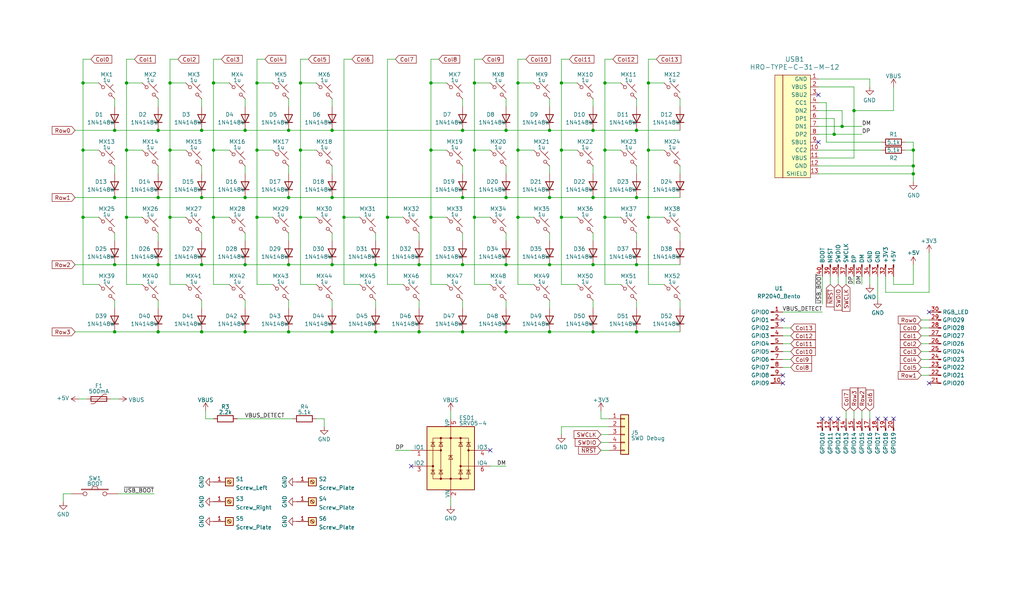
<source format=kicad_sch>
(kicad_sch (version 20220404) (generator eeschema)
  (paper "User" 328.955 195.529)
  (title_block (title "Atreus52") (date "2022-08-09") (rev "1") (comment 1 "Copyright © 2022 HorrorTroll") (comment 2 "MIT License"))
  (junction (at 274.32 35.56))
  (junction (at 36.83 63.5))
  (junction (at 180.34 26.67))
  (junction (at 204.47 106.68))
  (junction (at 78.74 106.68))
  (junction (at 176.53 106.68))
  (junction (at 194.31 48.26))
  (junction (at 166.37 69.85))
  (junction (at 162.56 41.91))
  (junction (at 96.52 48.26))
  (junction (at 293.37 55.88))
  (junction (at 162.56 63.5))
  (junction (at 54.61 69.85))
  (junction (at 152.4 69.85))
  (junction (at 166.37 48.26))
  (junction (at 50.8 85.09))
  (junction (at 190.5 85.09))
  (junction (at 50.8 106.68))
  (junction (at 152.4 26.67))
  (junction (at 148.59 41.91))
  (junction (at 40.64 69.85))
  (junction (at 110.49 69.85))
  (junction (at 194.31 26.67))
  (junction (at 26.67 48.26))
  (junction (at 208.28 48.26))
  (junction (at 120.65 106.68))
  (junction (at 106.68 63.5))
  (junction (at 267.97 43.18))
  (junction (at 78.74 63.5))
  (junction (at 208.28 26.67))
  (junction (at 106.68 41.91))
  (junction (at 82.55 26.67))
  (junction (at 36.83 85.09))
  (junction (at 92.71 85.09))
  (junction (at 54.61 26.67))
  (junction (at 82.55 69.85))
  (junction (at 176.53 85.09))
  (junction (at 92.71 41.91))
  (junction (at 92.71 63.5))
  (junction (at 26.67 26.67))
  (junction (at 134.62 106.68))
  (junction (at 40.64 48.26))
  (junction (at 138.43 26.67))
  (junction (at 180.34 48.26))
  (junction (at 190.5 106.68))
  (junction (at 162.56 85.09))
  (junction (at 106.68 106.68))
  (junction (at 148.59 106.68))
  (junction (at 68.58 48.26))
  (junction (at 293.37 53.34))
  (junction (at 26.67 69.85))
  (junction (at 180.34 69.85))
  (junction (at 190.5 41.91))
  (junction (at 176.53 41.91))
  (junction (at 293.37 48.26))
  (junction (at 190.5 63.5))
  (junction (at 64.77 106.68))
  (junction (at 204.47 41.91))
  (junction (at 138.43 69.85))
  (junction (at 166.37 26.67))
  (junction (at 120.65 85.09))
  (junction (at 36.83 106.68))
  (junction (at 64.77 85.09))
  (junction (at 152.4 48.26))
  (junction (at 92.71 106.68))
  (junction (at 124.46 69.85))
  (junction (at 176.53 63.5))
  (junction (at 270.51 40.64))
  (junction (at 204.47 85.09))
  (junction (at 96.52 26.67))
  (junction (at 64.77 41.91))
  (junction (at 96.52 69.85))
  (junction (at 148.59 63.5))
  (junction (at 82.55 48.26))
  (junction (at 36.83 41.91))
  (junction (at 134.62 85.09))
  (junction (at 68.58 26.67))
  (junction (at 204.47 63.5))
  (junction (at 40.64 26.67))
  (junction (at 106.68 85.09))
  (junction (at 78.74 85.09))
  (junction (at 148.59 85.09))
  (junction (at 50.8 41.91))
  (junction (at 194.31 69.85))
  (junction (at 208.28 69.85))
  (junction (at 138.43 48.26))
  (junction (at 68.58 69.85))
  (junction (at 78.74 41.91))
  (junction (at 64.77 63.5))
  (junction (at 50.8 63.5))
  (junction (at 54.61 48.26))
  (junction (at 162.56 106.68))
  (no_connect (at 264.16 134.62))
  (no_connect (at 266.7 134.62))
  (no_connect (at 269.24 134.62))
  (no_connect (at 287.02 134.62))
  (no_connect (at 284.48 134.62))
  (no_connect (at 281.94 134.62))
  (no_connect (at 251.46 123.19))
  (no_connect (at 251.46 102.87))
  (no_connect (at 251.46 120.65))
  (no_connect (at 298.45 100.33))
  (no_connect (at 298.45 123.19))
  (no_connect (at 132.08 149.86))
  (no_connect (at 157.48 144.78))
  (no_connect (at 262.89 30.48))
  (no_connect (at 262.89 45.72))
  (wire (pts (xy 190.5 96.52) (xy 190.5 99.06)))
  (wire (pts (xy 106.68 106.68) (xy 120.65 106.68)))
  (wire (pts (xy 208.28 69.85) (xy 213.36 69.85)))
  (wire (pts (xy 204.47 63.5) (xy 218.44 63.5)))
  (wire (pts (xy 82.55 48.26) (xy 87.63 48.26)))
  (wire (pts (xy 110.49 19.05) (xy 110.49 69.85)))
  (wire (pts (xy 68.58 19.05) (xy 68.58 26.67)))
  (wire (pts (xy 262.89 48.26) (xy 283.21 48.26)))
  (wire (pts (xy 196.85 19.05) (xy 194.31 19.05)))
  (wire (pts (xy 124.46 91.44) (xy 129.54 91.44)))
  (wire (pts (xy 208.28 26.67) (xy 213.36 26.67)))
  (wire (pts (xy 92.71 106.68) (xy 106.68 106.68)))
  (wire (pts (xy 265.43 33.02) (xy 265.43 45.72)))
  (wire (pts (xy 176.53 96.52) (xy 176.53 99.06)))
  (wire (pts (xy 193.04 144.78) (xy 195.58 144.78)))
  (wire (pts (xy 251.46 110.49) (xy 254 110.49)))
  (wire (pts (xy 26.67 91.44) (xy 31.75 91.44)))
  (wire (pts (xy 92.71 63.5) (xy 106.68 63.5)))
  (wire (pts (xy 144.78 132.08) (xy 144.78 134.62)))
  (wire (pts (xy 162.56 85.09) (xy 176.53 85.09)))
  (wire (pts (xy 262.89 50.8) (xy 274.32 50.8)))
  (wire (pts (xy 274.32 88.9) (xy 274.32 91.44)))
  (wire (pts (xy 57.15 19.05) (xy 54.61 19.05)))
  (wire (pts (xy 262.89 55.88) (xy 293.37 55.88)))
  (wire (pts (xy 295.91 110.49) (xy 298.45 110.49)))
  (wire (pts (xy 208.28 48.26) (xy 213.36 48.26)))
  (wire (pts (xy 166.37 26.67) (xy 166.37 48.26)))
  (wire (pts (xy 176.53 63.5) (xy 190.5 63.5)))
  (wire (pts (xy 54.61 48.26) (xy 54.61 69.85)))
  (wire (pts (xy 82.55 19.05) (xy 82.55 26.67)))
  (wire (pts (xy 262.89 53.34) (xy 293.37 53.34)))
  (wire (pts (xy 40.64 19.05) (xy 40.64 26.67)))
  (wire (pts (xy 176.53 106.68) (xy 190.5 106.68)))
  (wire (pts (xy 134.62 85.09) (xy 148.59 85.09)))
  (wire (pts (xy 190.5 41.91) (xy 204.47 41.91)))
  (wire (pts (xy 148.59 106.68) (xy 162.56 106.68)))
  (wire (pts (xy 204.47 74.93) (xy 204.47 77.47)))
  (wire (pts (xy 92.71 96.52) (xy 92.71 99.06)))
  (wire (pts (xy 26.67 69.85) (xy 31.75 69.85)))
  (wire (pts (xy 40.64 91.44) (xy 45.72 91.44)))
  (wire (pts (xy 208.28 48.26) (xy 208.28 69.85)))
  (wire (pts (xy 68.58 48.26) (xy 73.66 48.26)))
  (wire (pts (xy 50.8 74.93) (xy 50.8 77.47)))
  (wire (pts (xy 110.49 69.85) (xy 115.57 69.85)))
  (wire (pts (xy 154.94 19.05) (xy 152.4 19.05)))
  (wire (pts (xy 269.24 88.9) (xy 269.24 91.44)))
  (wire (pts (xy 106.68 31.75) (xy 106.68 34.29)))
  (wire (pts (xy 50.8 85.09) (xy 64.77 85.09)))
  (wire (pts (xy 274.32 35.56) (xy 274.32 50.8)))
  (wire (pts (xy 293.37 91.44) (xy 287.02 91.44)))
  (wire (pts (xy 180.34 69.85) (xy 180.34 91.44)))
  (wire (pts (xy 64.77 74.93) (xy 64.77 77.47)))
  (wire (pts (xy 36.83 41.91) (xy 50.8 41.91)))
  (wire (pts (xy 92.71 31.75) (xy 92.71 34.29)))
  (wire (pts (xy 266.7 88.9) (xy 266.7 91.44)))
  (wire (pts (xy 194.31 26.67) (xy 194.31 48.26)))
  (wire (pts (xy 208.28 26.67) (xy 208.28 48.26)))
  (wire (pts (xy 218.44 31.75) (xy 218.44 34.29)))
  (wire (pts (xy 68.58 26.67) (xy 68.58 48.26)))
  (wire (pts (xy 50.8 96.52) (xy 50.8 99.06)))
  (wire (pts (xy 157.48 149.86) (xy 162.56 149.86)))
  (wire (pts (xy 124.46 19.05) (xy 124.46 69.85)))
  (wire (pts (xy 194.31 91.44) (xy 194.31 69.85)))
  (wire (pts (xy 40.64 69.85) (xy 40.64 91.44)))
  (wire (pts (xy 25.4 128.27) (xy 27.94 128.27)))
  (wire (pts (xy 66.04 134.62) (xy 66.04 132.08)))
  (wire (pts (xy 24.13 63.5) (xy 36.83 63.5)))
  (wire (pts (xy 68.58 91.44) (xy 73.66 91.44)))
  (wire (pts (xy 148.59 85.09) (xy 162.56 85.09)))
  (wire (pts (xy 92.71 41.91) (xy 106.68 41.91)))
  (wire (pts (xy 287.02 27.94) (xy 287.02 35.56)))
  (wire (pts (xy 78.74 63.5) (xy 92.71 63.5)))
  (wire (pts (xy 43.18 19.05) (xy 40.64 19.05)))
  (wire (pts (xy 148.59 63.5) (xy 162.56 63.5)))
  (wire (pts (xy 140.97 19.05) (xy 138.43 19.05)))
  (wire (pts (xy 166.37 69.85) (xy 166.37 91.44)))
  (wire (pts (xy 120.65 106.68) (xy 134.62 106.68)))
  (wire (pts (xy 180.34 19.05) (xy 180.34 26.67)))
  (wire (pts (xy 26.67 26.67) (xy 26.67 48.26)))
  (wire (pts (xy 271.78 88.9) (xy 271.78 91.44)))
  (wire (pts (xy 262.89 27.94) (xy 274.32 27.94)))
  (wire (pts (xy 287.02 35.56) (xy 274.32 35.56)))
  (wire (pts (xy 50.8 31.75) (xy 50.8 34.29)))
  (wire (pts (xy 274.32 27.94) (xy 274.32 35.56)))
  (wire (pts (xy 152.4 26.67) (xy 157.48 26.67)))
  (wire (pts (xy 194.31 48.26) (xy 194.31 69.85)))
  (wire (pts (xy 281.94 88.9) (xy 281.94 96.52)))
  (wire (pts (xy 120.65 85.09) (xy 134.62 85.09)))
  (wire (pts (xy 20.32 158.75) (xy 20.32 161.29)))
  (wire (pts (xy 293.37 53.34) (xy 293.37 48.26)))
  (wire (pts (xy 180.34 48.26) (xy 185.42 48.26)))
  (wire (pts (xy 251.46 118.11) (xy 254 118.11)))
  (wire (pts (xy 152.4 91.44) (xy 157.48 91.44)))
  (wire (pts (xy 218.44 74.93) (xy 218.44 77.47)))
  (wire (pts (xy 168.91 19.05) (xy 166.37 19.05)))
  (wire (pts (xy 82.55 69.85) (xy 87.63 69.85)))
  (wire (pts (xy 295.91 120.65) (xy 298.45 120.65)))
  (wire (pts (xy 287.02 88.9) (xy 287.02 91.44)))
  (wire (pts (xy 276.86 88.9) (xy 276.86 91.44)))
  (wire (pts (xy 92.71 53.34) (xy 92.71 55.88)))
  (wire (pts (xy 298.45 81.28) (xy 298.45 93.98)))
  (wire (pts (xy 182.88 19.05) (xy 180.34 19.05)))
  (wire (pts (xy 166.37 69.85) (xy 171.45 69.85)))
  (wire (pts (xy 120.65 96.52) (xy 120.65 99.06)))
  (wire (pts (xy 96.52 26.67) (xy 101.6 26.67)))
  (wire (pts (xy 85.09 19.05) (xy 82.55 19.05)))
  (wire (pts (xy 166.37 26.67) (xy 171.45 26.67)))
  (wire (pts (xy 262.89 40.64) (xy 270.51 40.64)))
  (wire (pts (xy 127 19.05) (xy 124.46 19.05)))
  (wire (pts (xy 176.53 74.93) (xy 176.53 77.47)))
  (wire (pts (xy 64.77 31.75) (xy 64.77 34.29)))
  (wire (pts (xy 78.74 85.09) (xy 92.71 85.09)))
  (wire (pts (xy 290.83 48.26) (xy 293.37 48.26)))
  (wire (pts (xy 64.77 53.34) (xy 64.77 55.88)))
  (wire (pts (xy 193.04 134.62) (xy 195.58 134.62)))
  (wire (pts (xy 267.97 43.18) (xy 276.86 43.18)))
  (wire (pts (xy 293.37 55.88) (xy 293.37 53.34)))
  (wire (pts (xy 138.43 26.67) (xy 143.51 26.67)))
  (wire (pts (xy 96.52 48.26) (xy 96.52 69.85)))
  (wire (pts (xy 204.47 41.91) (xy 218.44 41.91)))
  (wire (pts (xy 35.56 128.27) (xy 38.1 128.27)))
  (wire (pts (xy 40.64 26.67) (xy 40.64 48.26)))
  (wire (pts (xy 162.56 31.75) (xy 162.56 34.29)))
  (wire (pts (xy 295.91 118.11) (xy 298.45 118.11)))
  (wire (pts (xy 298.45 93.98) (xy 284.48 93.98)))
  (wire (pts (xy 110.49 91.44) (xy 115.57 91.44)))
  (wire (pts (xy 26.67 48.26) (xy 31.75 48.26)))
  (wire (pts (xy 204.47 31.75) (xy 204.47 34.29)))
  (wire (pts (xy 24.13 41.91) (xy 36.83 41.91)))
  (wire (pts (xy 124.46 69.85) (xy 124.46 91.44)))
  (wire (pts (xy 279.4 88.9) (xy 279.4 91.44)))
  (wire (pts (xy 162.56 63.5) (xy 176.53 63.5)))
  (wire (pts (xy 265.43 45.72) (xy 283.21 45.72)))
  (wire (pts (xy 78.74 31.75) (xy 78.74 34.29)))
  (wire (pts (xy 270.51 40.64) (xy 276.86 40.64)))
  (wire (pts (xy 96.52 26.67) (xy 96.52 48.26)))
  (wire (pts (xy 208.28 91.44) (xy 213.36 91.44)))
  (wire (pts (xy 40.64 69.85) (xy 45.72 69.85)))
  (wire (pts (xy 162.56 106.68) (xy 176.53 106.68)))
  (wire (pts (xy 138.43 69.85) (xy 143.51 69.85)))
  (wire (pts (xy 180.34 137.16) (xy 195.58 137.16)))
  (wire (pts (xy 152.4 26.67) (xy 152.4 48.26)))
  (wire (pts (xy 262.89 35.56) (xy 270.51 35.56)))
  (wire (pts (xy 54.61 48.26) (xy 59.69 48.26)))
  (wire (pts (xy 96.52 69.85) (xy 101.6 69.85)))
  (wire (pts (xy 36.83 53.34) (xy 36.83 55.88)))
  (wire (pts (xy 127 144.78) (xy 132.08 144.78)))
  (wire (pts (xy 22.86 158.75) (xy 20.32 158.75)))
  (wire (pts (xy 204.47 106.68) (xy 218.44 106.68)))
  (wire (pts (xy 54.61 26.67) (xy 54.61 48.26)))
  (wire (pts (xy 264.16 88.9) (xy 264.16 97.79)))
  (wire (pts (xy 251.46 105.41) (xy 254 105.41)))
  (wire (pts (xy 208.28 19.05) (xy 208.28 26.67)))
  (wire (pts (xy 138.43 26.67) (xy 138.43 48.26)))
  (wire (pts (xy 152.4 48.26) (xy 157.48 48.26)))
  (wire (pts (xy 106.68 53.34) (xy 106.68 55.88)))
  (wire (pts (xy 193.04 139.7) (xy 195.58 139.7)))
  (wire (pts (xy 36.83 74.93) (xy 36.83 77.47)))
  (wire (pts (xy 96.52 91.44) (xy 101.6 91.44)))
  (wire (pts (xy 82.55 91.44) (xy 87.63 91.44)))
  (wire (pts (xy 162.56 53.34) (xy 162.56 55.88)))
  (wire (pts (xy 54.61 69.85) (xy 54.61 91.44)))
  (wire (pts (xy 138.43 69.85) (xy 138.43 91.44)))
  (wire (pts (xy 190.5 53.34) (xy 190.5 55.88)))
  (wire (pts (xy 64.77 85.09) (xy 78.74 85.09)))
  (wire (pts (xy 204.47 53.34) (xy 204.47 55.88)))
  (wire (pts (xy 262.89 38.1) (xy 267.97 38.1)))
  (wire (pts (xy 204.47 85.09) (xy 218.44 85.09)))
  (wire (pts (xy 190.5 85.09) (xy 204.47 85.09)))
  (wire (pts (xy 26.67 19.05) (xy 26.67 26.67)))
  (wire (pts (xy 29.21 19.05) (xy 26.67 19.05)))
  (wire (pts (xy 66.04 134.62) (xy 68.58 134.62)))
  (wire (pts (xy 251.46 107.95) (xy 254 107.95)))
  (wire (pts (xy 64.77 106.68) (xy 78.74 106.68)))
  (wire (pts (xy 68.58 26.67) (xy 73.66 26.67)))
  (wire (pts (xy 36.83 96.52) (xy 36.83 99.06)))
  (wire (pts (xy 194.31 19.05) (xy 194.31 26.67)))
  (wire (pts (xy 40.64 48.26) (xy 45.72 48.26)))
  (wire (pts (xy 262.89 33.02) (xy 265.43 33.02)))
  (wire (pts (xy 279.4 27.94) (xy 279.4 25.4)))
  (wire (pts (xy 26.67 69.85) (xy 26.67 91.44)))
  (wire (pts (xy 148.59 41.91) (xy 162.56 41.91)))
  (wire (pts (xy 190.5 74.93) (xy 190.5 77.47)))
  (wire (pts (xy 276.86 132.08) (xy 276.86 134.62)))
  (wire (pts (xy 295.91 113.03) (xy 298.45 113.03)))
  (wire (pts (xy 50.8 53.34) (xy 50.8 55.88)))
  (wire (pts (xy 180.34 26.67) (xy 180.34 48.26)))
  (wire (pts (xy 138.43 48.26) (xy 143.51 48.26)))
  (wire (pts (xy 204.47 96.52) (xy 204.47 99.06)))
  (wire (pts (xy 64.77 63.5) (xy 78.74 63.5)))
  (wire (pts (xy 68.58 69.85) (xy 73.66 69.85)))
  (wire (pts (xy 36.83 85.09) (xy 50.8 85.09)))
  (wire (pts (xy 270.51 35.56) (xy 270.51 40.64)))
  (wire (pts (xy 251.46 115.57) (xy 254 115.57)))
  (wire (pts (xy 104.14 134.62) (xy 101.6 134.62)))
  (wire (pts (xy 50.8 106.68) (xy 64.77 106.68)))
  (wire (pts (xy 190.5 31.75) (xy 190.5 34.29)))
  (wire (pts (xy 251.46 100.33) (xy 264.16 100.33)))
  (wire (pts (xy 99.06 19.05) (xy 96.52 19.05)))
  (wire (pts (xy 166.37 48.26) (xy 171.45 48.26)))
  (wire (pts (xy 134.62 106.68) (xy 148.59 106.68)))
  (wire (pts (xy 68.58 69.85) (xy 68.58 91.44)))
  (wire (pts (xy 120.65 74.93) (xy 120.65 77.47)))
  (wire (pts (xy 54.61 19.05) (xy 54.61 26.67)))
  (wire (pts (xy 293.37 55.88) (xy 293.37 58.42)))
  (wire (pts (xy 180.34 137.16) (xy 180.34 139.7)))
  (wire (pts (xy 176.53 85.09) (xy 190.5 85.09)))
  (wire (pts (xy 194.31 48.26) (xy 199.39 48.26)))
  (wire (pts (xy 92.71 74.93) (xy 92.71 77.47)))
  (wire (pts (xy 26.67 26.67) (xy 31.75 26.67)))
  (wire (pts (xy 218.44 53.34) (xy 218.44 55.88)))
  (wire (pts (xy 78.74 74.93) (xy 78.74 77.47)))
  (wire (pts (xy 138.43 48.26) (xy 138.43 69.85)))
  (wire (pts (xy 24.13 85.09) (xy 36.83 85.09)))
  (wire (pts (xy 262.89 43.18) (xy 267.97 43.18)))
  (wire (pts (xy 106.68 85.09) (xy 120.65 85.09)))
  (wire (pts (xy 138.43 91.44) (xy 143.51 91.44)))
  (wire (pts (xy 279.4 25.4) (xy 262.89 25.4)))
  (wire (pts (xy 148.59 74.93) (xy 148.59 77.47)))
  (wire (pts (xy 210.82 19.05) (xy 208.28 19.05)))
  (wire (pts (xy 78.74 41.91) (xy 92.71 41.91)))
  (wire (pts (xy 274.32 132.08) (xy 274.32 134.62)))
  (wire (pts (xy 293.37 48.26) (xy 293.37 45.72)))
  (wire (pts (xy 76.2 134.62) (xy 93.98 134.62)))
  (wire (pts (xy 36.83 31.75) (xy 36.83 34.29)))
  (wire (pts (xy 295.91 105.41) (xy 298.45 105.41)))
  (wire (pts (xy 50.8 41.91) (xy 64.77 41.91)))
  (wire (pts (xy 295.91 102.87) (xy 298.45 102.87)))
  (wire (pts (xy 176.53 41.91) (xy 190.5 41.91)))
  (wire (pts (xy 148.59 53.34) (xy 148.59 55.88)))
  (wire (pts (xy 78.74 96.52) (xy 78.74 99.06)))
  (wire (pts (xy 166.37 91.44) (xy 171.45 91.44)))
  (wire (pts (xy 190.5 106.68) (xy 204.47 106.68)))
  (wire (pts (xy 180.34 69.85) (xy 185.42 69.85)))
  (wire (pts (xy 166.37 48.26) (xy 166.37 69.85)))
  (wire (pts (xy 68.58 48.26) (xy 68.58 69.85)))
  (wire (pts (xy 54.61 91.44) (xy 59.69 91.44)))
  (wire (pts (xy 152.4 48.26) (xy 152.4 69.85)))
  (wire (pts (xy 106.68 41.91) (xy 148.59 41.91)))
  (wire (pts (xy 38.1 158.75) (xy 49.53 158.75)))
  (wire (pts (xy 267.97 38.1) (xy 267.97 43.18)))
  (wire (pts (xy 78.74 106.68) (xy 92.71 106.68)))
  (wire (pts (xy 295.91 107.95) (xy 298.45 107.95)))
  (wire (pts (xy 134.62 96.52) (xy 134.62 99.06)))
  (wire (pts (xy 284.48 88.9) (xy 284.48 93.98)))
  (wire (pts (xy 218.44 96.52) (xy 218.44 99.06)))
  (wire (pts (xy 36.83 106.68) (xy 50.8 106.68)))
  (wire (pts (xy 82.55 69.85) (xy 82.55 91.44)))
  (wire (pts (xy 64.77 96.52) (xy 64.77 99.06)))
  (wire (pts (xy 148.59 31.75) (xy 148.59 34.29)))
  (wire (pts (xy 193.04 132.08) (xy 193.04 134.62)))
  (wire (pts (xy 40.64 26.67) (xy 45.72 26.67)))
  (wire (pts (xy 162.56 41.91) (xy 176.53 41.91)))
  (wire (pts (xy 279.4 132.08) (xy 279.4 134.62)))
  (wire (pts (xy 36.83 63.5) (xy 50.8 63.5)))
  (wire (pts (xy 152.4 19.05) (xy 152.4 26.67)))
  (wire (pts (xy 162.56 74.93) (xy 162.56 77.47)))
  (wire (pts (xy 106.68 63.5) (xy 148.59 63.5)))
  (wire (pts (xy 293.37 85.09) (xy 293.37 91.44)))
  (wire (pts (xy 290.83 45.72) (xy 293.37 45.72)))
  (wire (pts (xy 96.52 69.85) (xy 96.52 91.44)))
  (wire (pts (xy 208.28 69.85) (xy 208.28 91.44)))
  (wire (pts (xy 124.46 69.85) (xy 129.54 69.85)))
  (wire (pts (xy 106.68 96.52) (xy 106.68 99.06)))
  (wire (pts (xy 54.61 26.67) (xy 59.69 26.67)))
  (wire (pts (xy 180.34 48.26) (xy 180.34 69.85)))
  (wire (pts (xy 144.78 160.02) (xy 144.78 162.56)))
  (wire (pts (xy 176.53 53.34) (xy 176.53 55.88)))
  (wire (pts (xy 152.4 69.85) (xy 152.4 91.44)))
  (wire (pts (xy 26.67 48.26) (xy 26.67 69.85)))
  (wire (pts (xy 110.49 69.85) (xy 110.49 91.44)))
  (wire (pts (xy 199.39 91.44) (xy 194.31 91.44)))
  (wire (pts (xy 24.13 106.68) (xy 36.83 106.68)))
  (wire (pts (xy 194.31 26.67) (xy 199.39 26.67)))
  (wire (pts (xy 251.46 113.03) (xy 254 113.03)))
  (wire (pts (xy 180.34 91.44) (xy 185.42 91.44)))
  (wire (pts (xy 96.52 48.26) (xy 101.6 48.26)))
  (wire (pts (xy 271.78 132.08) (xy 271.78 134.62)))
  (wire (pts (xy 106.68 74.93) (xy 106.68 77.47)))
  (wire (pts (xy 134.62 74.93) (xy 134.62 77.47)))
  (wire (pts (xy 152.4 69.85) (xy 157.48 69.85)))
  (wire (pts (xy 82.55 48.26) (xy 82.55 69.85)))
  (wire (pts (xy 113.03 19.05) (xy 110.49 19.05)))
  (wire (pts (xy 96.52 19.05) (xy 96.52 26.67)))
  (wire (pts (xy 162.56 96.52) (xy 162.56 99.06)))
  (wire (pts (xy 190.5 63.5) (xy 204.47 63.5)))
  (wire (pts (xy 295.91 115.57) (xy 298.45 115.57)))
  (wire (pts (xy 92.71 85.09) (xy 106.68 85.09)))
  (wire (pts (xy 78.74 53.34) (xy 78.74 55.88)))
  (wire (pts (xy 148.59 96.52) (xy 148.59 99.06)))
  (wire (pts (xy 180.34 26.67) (xy 185.42 26.67)))
  (wire (pts (xy 54.61 69.85) (xy 59.69 69.85)))
  (wire (pts (xy 104.14 137.16) (xy 104.14 134.62)))
  (wire (pts (xy 194.31 69.85) (xy 199.39 69.85)))
  (wire (pts (xy 82.55 26.67) (xy 87.63 26.67)))
  (wire (pts (xy 82.55 26.67) (xy 82.55 48.26)))
  (wire (pts (xy 71.12 19.05) (xy 68.58 19.05)))
  (wire (pts (xy 166.37 19.05) (xy 166.37 26.67)))
  (wire (pts (xy 138.43 19.05) (xy 138.43 26.67)))
  (wire (pts (xy 193.04 142.24) (xy 195.58 142.24)))
  (wire (pts (xy 40.64 48.26) (xy 40.64 69.85)))
  (wire (pts (xy 64.77 41.91) (xy 78.74 41.91)))
  (wire (pts (xy 50.8 63.5) (xy 64.77 63.5)))
  (wire (pts (xy 176.53 31.75) (xy 176.53 34.29)))
  (label "~{USB_BOOT}" (at 264.16 97.79 90))
  (label "DP" (at 127 144.78 0))
  (label "DM" (at 276.86 40.64 0))
  (label "DP" (at 276.86 43.18 0))
  (label "VBUS_DETECT" (at 91.44 134.62 0))
  (label "DM" (at 162.56 149.86 0))
  (label "DM" (at 276.86 91.44 90))
  (label "DP" (at 274.32 91.44 90))
  (label "~{USB_BOOT}" (at 49.53 158.75 0))
  (label "VBUS_DETECT" (at 264.16 100.33 0))
  (global_label "Col10" (shape input) (at 254 113.03 0) (property "Intersheetrefs" "${INTERSHEET_REFS}" (effects hide)))
  (global_label "SWCLK" (shape input) (at 271.78 91.44 270) (property "Intersheetrefs" "${INTERSHEET_REFS}" (effects hide)))
  (global_label "Col7" (shape input) (at 271.78 132.08 90) (property "Intersheetrefs" "${INTERSHEET_REFS}" (effects hide)))
  (global_label "Row0" (shape input) (at 24.13 41.91 180) (property "Intersheetrefs" "${INTERSHEET_REFS}" (effects hide)))
  (global_label "Col0" (shape input) (at 29.21 19.05 0) (property "Intersheetrefs" "${INTERSHEET_REFS}" (effects hide)))
  (global_label "Col8" (shape input) (at 254 118.11 0) (property "Intersheetrefs" "${INTERSHEET_REFS}" (effects hide)))
  (global_label "Row0" (shape input) (at 295.91 102.87 180) (property "Intersheetrefs" "${INTERSHEET_REFS}" (effects hide)))
  (global_label "Col12" (shape input) (at 196.85 19.05 0) (property "Intersheetrefs" "${INTERSHEET_REFS}" (effects hide)))
  (global_label "SWDIO" (shape input) (at 193.04 142.24 180) (property "Intersheetrefs" "${INTERSHEET_REFS}" (effects hide)))
  (global_label "Row3" (shape input) (at 274.32 132.08 90) (property "Intersheetrefs" "${INTERSHEET_REFS}" (effects hide)))
  (global_label "Col12" (shape input) (at 254 107.95 0) (property "Intersheetrefs" "${INTERSHEET_REFS}" (effects hide)))
  (global_label "Row2" (shape input) (at 24.13 85.09 180) (property "Intersheetrefs" "${INTERSHEET_REFS}" (effects hide)))
  (global_label "SWDIO" (shape input) (at 269.24 91.44 270) (property "Intersheetrefs" "${INTERSHEET_REFS}" (effects hide)))
  (global_label "Row2" (shape input) (at 276.86 132.08 90) (property "Intersheetrefs" "${INTERSHEET_REFS}" (effects hide)))
  (global_label "Col11" (shape input) (at 254 110.49 0) (property "Intersheetrefs" "${INTERSHEET_REFS}" (effects hide)))
  (global_label "Col13" (shape input) (at 210.82 19.05 0) (property "Intersheetrefs" "${INTERSHEET_REFS}" (effects hide)))
  (global_label "Col2" (shape input) (at 295.91 110.49 180) (property "Intersheetrefs" "${INTERSHEET_REFS}" (effects hide)))
  (global_label "Col1" (shape input) (at 43.18 19.05 0) (property "Intersheetrefs" "${INTERSHEET_REFS}" (effects hide)))
  (global_label "Col3" (shape input) (at 295.91 113.03 180) (property "Intersheetrefs" "${INTERSHEET_REFS}" (effects hide)))
  (global_label "~{NRST}" (shape input) (at 193.04 144.78 180) (property "Intersheetrefs" "${INTERSHEET_REFS}" (effects hide)))
  (global_label "Col9" (shape input) (at 154.94 19.05 0) (property "Intersheetrefs" "${INTERSHEET_REFS}" (effects hide)))
  (global_label "Col8" (shape input) (at 140.97 19.05 0) (property "Intersheetrefs" "${INTERSHEET_REFS}" (effects hide)))
  (global_label "Col2" (shape input) (at 57.15 19.05 0) (property "Intersheetrefs" "${INTERSHEET_REFS}" (effects hide)))
  (global_label "Col0" (shape input) (at 295.91 105.41 180) (property "Intersheetrefs" "${INTERSHEET_REFS}" (effects hide)))
  (global_label "Col3" (shape input) (at 71.12 19.05 0) (property "Intersheetrefs" "${INTERSHEET_REFS}" (effects hide)))
  (global_label "Col5" (shape input) (at 295.91 118.11 180) (property "Intersheetrefs" "${INTERSHEET_REFS}" (effects hide)))
  (global_label "Row1" (shape input) (at 295.91 120.65 180) (property "Intersheetrefs" "${INTERSHEET_REFS}" (effects hide)))
  (global_label "Col4" (shape input) (at 295.91 115.57 180) (property "Intersheetrefs" "${INTERSHEET_REFS}" (effects hide)))
  (global_label "~{NRST}" (shape input) (at 266.7 91.44 270) (property "Intersheetrefs" "${INTERSHEET_REFS}" (effects hide)))
  (global_label "SWCLK" (shape input) (at 193.04 139.7 180) (property "Intersheetrefs" "${INTERSHEET_REFS}" (effects hide)))
  (global_label "Col7" (shape input) (at 127 19.05 0) (property "Intersheetrefs" "${INTERSHEET_REFS}" (effects hide)))
  (global_label "Col10" (shape input) (at 168.91 19.05 0) (property "Intersheetrefs" "${INTERSHEET_REFS}" (effects hide)))
  (global_label "Col13" (shape input) (at 254 105.41 0) (property "Intersheetrefs" "${INTERSHEET_REFS}" (effects hide)))
  (global_label "Col4" (shape input) (at 85.09 19.05 0) (property "Intersheetrefs" "${INTERSHEET_REFS}" (effects hide)))
  (global_label "Row3" (shape input) (at 24.13 106.68 180) (property "Intersheetrefs" "${INTERSHEET_REFS}" (effects hide)))
  (global_label "Row1" (shape input) (at 24.13 63.5 180) (property "Intersheetrefs" "${INTERSHEET_REFS}" (effects hide)))
  (global_label "Col6" (shape input) (at 279.4 132.08 90) (property "Intersheetrefs" "${INTERSHEET_REFS}" (effects hide)))
  (global_label "Col5" (shape input) (at 99.06 19.05 0) (property "Intersheetrefs" "${INTERSHEET_REFS}" (effects hide)))
  (global_label "Col9" (shape input) (at 254 115.57 0) (property "Intersheetrefs" "${INTERSHEET_REFS}" (effects hide)))
  (global_label "Col6" (shape input) (at 113.03 19.05 0) (property "Intersheetrefs" "${INTERSHEET_REFS}" (effects hide)))
  (global_label "Col1" (shape input) (at 295.91 107.95 180) (property "Intersheetrefs" "${INTERSHEET_REFS}" (effects hide)))
  (global_label "Col11" (shape input) (at 182.88 19.05 0) (property "Intersheetrefs" "${INTERSHEET_REFS}" (effects hide)))
  (symbol (lib_id "marbastlib-mx:MX_SW_HS") (at 48.26 29.21 0) (unit 1)
    (default_instance (reference "SW") (unit 1) (value "MX_SW_HS") (footprint "marbastlib-mx:SW_MX_HS_1u"))
    (property "Reference" "MX2" (at 48.26 23.9649 0))
    (property "Value" "1u" (at 48.26 25.7271 0))
    (property "Footprint" "marbastlib-mx:SW_MX_HS_1u" (effects hide))
  )
  (symbol (lib_id "marbastlib-mx:MX_SW_HS") (at 215.9 50.8 0) (unit 1)
    (default_instance (reference "SW") (unit 1) (value "MX_SW_HS") (footprint "marbastlib-mx:SW_MX_HS_1u"))
    (property "Reference" "MX24" (at 215.9 45.5549 0))
    (property "Value" "1u" (at 215.9 47.3171 0))
    (property "Footprint" "marbastlib-mx:SW_MX_HS_1u" (effects hide))
  )
  (symbol (lib_id "marbastlib-mx:MX_SW_HS") (at 187.96 93.98 0) (unit 1)
    (default_instance (reference "SW") (unit 1) (value "MX_SW_HS") (footprint "marbastlib-mx:SW_MX_HS_1u"))
    (property "Reference" "MX50" (at 187.96 88.7349 0))
    (property "Value" "1u" (at 187.96 90.4971 0))
    (property "Footprint" "marbastlib-mx:SW_MX_HS_1u" (effects hide))
  )
  (symbol (lib_id "power:+3V3") (at 298.45 81.28 0) (unit 1)
    (default_instance (reference "#PWR") (unit 1) (value "+3V3") (footprint ""))
    (property "Reference" "#PWR019" (effects hide))
    (property "Value" "+3V3" (at 300.99 77.47 0) (effects (justify right)))
  )
  (symbol (lib_id "marbastlib-mx:MX_SW_HS") (at 118.11 72.39 0) (unit 1)
    (default_instance (reference "SW") (unit 1) (value "MX_SW_HS") (footprint "marbastlib-mx:SW_MX_HS_1u"))
    (property "Reference" "MX31" (at 118.11 67.1449 0))
    (property "Value" "1u" (at 118.11 68.9071 0))
    (property "Footprint" "marbastlib-mx:SW_MX_HS_1u" (effects hide))
  )
  (symbol (lib_id "marbastlib-mx:MX_SW_HS") (at 215.9 93.98 0) (unit 1)
    (default_instance (reference "SW") (unit 1) (value "MX_SW_HS") (footprint "marbastlib-mx:SW_MX_HS_1u"))
    (property "Reference" "MX52" (at 215.9 88.7349 0))
    (property "Value" "1u" (at 215.9 90.4971 0))
    (property "Footprint" "marbastlib-mx:SW_MX_HS_1u" (effects hide))
  )
  (symbol (lib_id "power:+5V") (at 25.4 128.27 90) (unit 1)
    (default_instance (reference "#PWR") (unit 1) (value "+5V") (footprint ""))
    (property "Reference" "#PWR0103" (effects hide))
    (property "Value" "+5V" (at 22.225 127.9834 90) (effects (justify left)))
  )
  (symbol (lib_id "marbastlib-mx:MX_SW_HS") (at 62.23 72.39 0) (unit 1)
    (default_instance (reference "SW") (unit 1) (value "MX_SW_HS") (footprint "marbastlib-mx:SW_MX_HS_1u"))
    (property "Reference" "MX27" (at 62.23 67.1449 0))
    (property "Value" "1u" (at 62.23 68.9071 0))
    (property "Footprint" "marbastlib-mx:SW_MX_HS_1u" (effects hide))
  )
  (symbol (lib_id "marbastlib-mx:MX_SW_HS") (at 173.99 29.21 0) (unit 1)
    (default_instance (reference "SW") (unit 1) (value "MX_SW_HS") (footprint "marbastlib-mx:SW_MX_HS_1u"))
    (property "Reference" "MX9" (at 173.99 23.9649 0))
    (property "Value" "1u" (at 173.99 25.7271 0))
    (property "Footprint" "marbastlib-mx:SW_MX_HS_1u" (effects hide))
  )
  (symbol (lib_id "marbastlib-mx:MX_SW_HS") (at 118.11 93.98 0) (unit 1)
    (default_instance (reference "SW") (unit 1) (value "MX_SW_HS") (footprint "marbastlib-mx:SW_MX_HS_1u"))
    (property "Reference" "MX45" (at 118.11 88.7349 0))
    (property "Value" "1u" (at 118.11 90.4971 0))
    (property "Footprint" "marbastlib-mx:SW_MX_HS_1u" (effects hide))
  )
  (symbol (lib_id "marbastlib-mx:MX_SW_HS") (at 160.02 93.98 0) (unit 1)
    (default_instance (reference "SW") (unit 1) (value "MX_SW_HS") (footprint "marbastlib-mx:SW_MX_HS_1u"))
    (property "Reference" "MX48" (at 160.02 88.7349 0))
    (property "Value" "1u" (at 160.02 90.4971 0))
    (property "Footprint" "marbastlib-mx:SW_MX_HS_1u" (effects hide))
  )
  (symbol (lib_id "Device:Polyfuse") (at 31.75 128.27 270) (unit 1)
    (default_instance (reference "F") (unit 1) (value "Polyfuse") (footprint ""))
    (property "Reference" "F1" (at 31.75 124.0409 90))
    (property "Value" "500mA" (at 31.75 125.8031 90))
    (property "Footprint" "Fuse:Fuse_0805_2012Metric" (effects hide))
    (property "LCSC Part Number" "C269104" (effects hide))
  )
  (symbol (lib_id "Device:D") (at 120.65 81.28 90) (unit 1)
    (default_instance (reference "D") (unit 1) (value "D") (footprint ""))
    (property "Reference" "D31" (at 114.3 80.01 90) (effects (justify right)))
    (property "Value" "1N4148W" (at 111.76 82.55 90) (effects (justify right)))
    (property "Footprint" "Diode_SMD:D_SOD-123" (effects hide))
    (property "LCSC Part Number" "C81598" (effects hide))
  )
  (symbol (lib_id "Device:D") (at 92.71 81.28 90) (unit 1)
    (default_instance (reference "D") (unit 1) (value "D") (footprint ""))
    (property "Reference" "D29" (at 86.36 80.01 90) (effects (justify right)))
    (property "Value" "1N4148W" (at 83.82 82.55 90) (effects (justify right)))
    (property "Footprint" "Diode_SMD:D_SOD-123" (effects hide))
    (property "LCSC Part Number" "C81598" (effects hide))
  )
  (symbol (lib_id "marbastlib-mx:MX_SW_HS") (at 62.23 29.21 0) (unit 1)
    (default_instance (reference "SW") (unit 1) (value "MX_SW_HS") (footprint "marbastlib-mx:SW_MX_HS_1u"))
    (property "Reference" "MX3" (at 62.23 23.9649 0))
    (property "Value" "1u" (at 62.23 25.7271 0))
    (property "Footprint" "marbastlib-mx:SW_MX_HS_1u" (effects hide))
  )
  (symbol (lib_id "power:GND") (at 279.4 27.94 0) (unit 1)
    (default_instance (reference "U") (unit 1) (value "") (footprint ""))
    (property "Reference" "#PWR0110" (effects hide))
    (property "Value" "GND" (at 281.3537 32.2325 0) (effects (justify right)))
  )
  (symbol (lib_id "marbastlib-mx:MX_SW_HS") (at 76.2 93.98 0) (unit 1)
    (default_instance (reference "SW") (unit 1) (value "MX_SW_HS") (footprint "marbastlib-mx:SW_MX_HS_1u"))
    (property "Reference" "MX42" (at 76.2 88.7349 0))
    (property "Value" "1u" (at 76.2 90.4971 0))
    (property "Footprint" "marbastlib-mx:SW_MX_HS_1u" (effects hide))
  )
  (symbol (lib_id "marbastlib-mx:MX_SW_HS") (at 90.17 72.39 0) (unit 1)
    (default_instance (reference "SW") (unit 1) (value "MX_SW_HS") (footprint "marbastlib-mx:SW_MX_HS_1u"))
    (property "Reference" "MX29" (at 90.17 67.1449 0))
    (property "Value" "1u" (at 90.17 68.9071 0))
    (property "Footprint" "marbastlib-mx:SW_MX_HS_1u" (effects hide))
  )
  (symbol (lib_id "power:GND") (at 68.58 161.29 270) (unit 1)
    (default_instance (reference "U") (unit 1) (value "") (footprint ""))
    (property "Reference" "#PWR03" (effects hide))
    (property "Value" "GND" (at 64.77 161.29 0))
  )
  (symbol (lib_id "marbastlib-mx:MX_SW_HS") (at 187.96 50.8 0) (unit 1)
    (default_instance (reference "SW") (unit 1) (value "MX_SW_HS") (footprint "marbastlib-mx:SW_MX_HS_1u"))
    (property "Reference" "MX22" (at 187.96 45.5549 0))
    (property "Value" "1u" (at 187.96 47.3171 0))
    (property "Footprint" "marbastlib-mx:SW_MX_HS_1u" (effects hide))
  )
  (symbol (lib_id "Connector_Generic:Conn_01x05") (at 200.66 139.7 0) (unit 1)
    (default_instance (reference "J") (unit 1) (value "Conn_01x05") (footprint ""))
    (property "Reference" "J5" (at 202.692 139.1055 0) (effects (justify left)))
    (property "Value" "SWD Debug" (at 202.692 140.8677 0) (effects (justify left)))
    (property "Footprint" "Connector_PinHeader_2.54mm:PinHeader_1x05_P2.54mm_Vertical" (effects hide))
  )
  (symbol (lib_id "Device:D") (at 78.74 81.28 90) (unit 1)
    (default_instance (reference "D") (unit 1) (value "D") (footprint ""))
    (property "Reference" "D28" (at 72.39 80.01 90) (effects (justify right)))
    (property "Value" "1N4148W" (at 69.85 82.55 90) (effects (justify right)))
    (property "Footprint" "Diode_SMD:D_SOD-123" (effects hide))
    (property "LCSC Part Number" "C81598" (effects hide))
  )
  (symbol (lib_id "marbastlib-mx:MX_SW_HS") (at 201.93 50.8 0) (unit 1)
    (default_instance (reference "SW") (unit 1) (value "MX_SW_HS") (footprint "marbastlib-mx:SW_MX_HS_1u"))
    (property "Reference" "MX23" (at 201.93 45.5549 0))
    (property "Value" "1u" (at 201.93 47.3171 0))
    (property "Footprint" "marbastlib-mx:SW_MX_HS_1u" (effects hide))
  )
  (symbol (lib_id "marbastlib-mx:MX_SW_HS") (at 104.14 29.21 0) (unit 1)
    (default_instance (reference "SW") (unit 1) (value "MX_SW_HS") (footprint "marbastlib-mx:SW_MX_HS_1u"))
    (property "Reference" "MX6" (at 104.14 23.9649 0))
    (property "Value" "1u" (at 104.14 25.7271 0))
    (property "Footprint" "marbastlib-mx:SW_MX_HS_1u" (effects hide))
  )
  (symbol (lib_id "Device:D") (at 50.8 38.1 90) (unit 1)
    (default_instance (reference "D") (unit 1) (value "D") (footprint ""))
    (property "Reference" "D2" (at 44.45 36.83 90) (effects (justify right)))
    (property "Value" "1N4148W" (at 41.91 39.37 90) (effects (justify right)))
    (property "Footprint" "Diode_SMD:D_SOD-123" (effects hide))
    (property "LCSC Part Number" "C81598" (effects hide))
  )
  (symbol (lib_id "Device:R") (at 287.02 45.72 270) (unit 1)
    (default_instance (reference "U") (unit 1) (value "") (footprint ""))
    (property "Reference" "R1" (at 287.02 43.18 90))
    (property "Value" "5.1k" (at 287.02 45.72 90))
    (property "Footprint" "Resistor_SMD:R_0805_2012Metric" (effects hide))
    (property "LCSC Part Number" "C27834" (effects hide))
  )
  (symbol (lib_id "Device:D") (at 162.56 102.87 90) (unit 1)
    (default_instance (reference "D") (unit 1) (value "D") (footprint ""))
    (property "Reference" "D48" (at 156.21 101.6 90) (effects (justify right)))
    (property "Value" "1N4148W" (at 153.67 104.14 90) (effects (justify right)))
    (property "Footprint" "Diode_SMD:D_SOD-123" (effects hide))
    (property "LCSC Part Number" "C81598" (effects hide))
  )
  (symbol (lib_id "Device:D") (at 106.68 38.1 90) (unit 1)
    (default_instance (reference "D") (unit 1) (value "D") (footprint ""))
    (property "Reference" "D6" (at 100.33 36.83 90) (effects (justify right)))
    (property "Value" "1N4148W" (at 97.79 39.37 90) (effects (justify right)))
    (property "Footprint" "Diode_SMD:D_SOD-123" (effects hide))
    (property "LCSC Part Number" "C81598" (effects hide))
  )
  (symbol (lib_id "power:VBUS") (at 287.02 27.94 0) (unit 1)
    (default_instance (reference "#PWR") (unit 1) (value "VBUS") (footprint ""))
    (property "Reference" "#PWR0109" (effects hide))
    (property "Value" "VBUS" (at 287.02 24.4571 0))
  )
  (symbol (lib_id "power:GND") (at 144.78 162.56 0) (unit 1)
    (default_instance (reference "#PWR") (unit 1) (value "GND") (footprint ""))
    (property "Reference" "#PWR0108" (effects hide))
    (property "Value" "GND" (at 144.78 166.6161 0))
  )
  (symbol (lib_id "marbastlib-mx:MX_SW_HS") (at 132.08 93.98 0) (unit 1)
    (default_instance (reference "SW") (unit 1) (value "MX_SW_HS") (footprint "marbastlib-mx:SW_MX_HS_1u"))
    (property "Reference" "MX46" (at 132.08 88.7349 0))
    (property "Value" "1u" (at 132.08 90.4971 0))
    (property "Footprint" "marbastlib-mx:SW_MX_HS_1u" (effects hide))
  )
  (symbol (lib_id "marbastlib-mx:MX_SW_HS") (at 201.93 93.98 0) (unit 1)
    (default_instance (reference "SW") (unit 1) (value "MX_SW_HS") (footprint "marbastlib-mx:SW_MX_HS_1u"))
    (property "Reference" "MX51" (at 201.93 88.7349 0))
    (property "Value" "1u" (at 201.93 90.4971 0))
    (property "Footprint" "marbastlib-mx:SW_MX_HS_1u" (effects hide))
  )
  (symbol (lib_id "marbastlib-mx:MX_SW_HS") (at 90.17 50.8 0) (unit 1)
    (default_instance (reference "SW") (unit 1) (value "MX_SW_HS") (footprint "marbastlib-mx:SW_MX_HS_1u"))
    (property "Reference" "MX17" (at 90.17 45.5549 0))
    (property "Value" "1u" (at 90.17 47.3171 0))
    (property "Footprint" "marbastlib-mx:SW_MX_HS_1u" (effects hide))
  )
  (symbol (lib_id "marbastlib-mx:MX_SW_HS") (at 215.9 29.21 0) (unit 1)
    (default_instance (reference "SW") (unit 1) (value "MX_SW_HS") (footprint "marbastlib-mx:SW_MX_HS_1u"))
    (property "Reference" "MX12" (at 215.9 23.9649 0))
    (property "Value" "1u" (at 215.9 25.7271 0))
    (property "Footprint" "marbastlib-mx:SW_MX_HS_1u" (effects hide))
  )
  (symbol (lib_id "Power_Protection:SRV05-4") (at 144.78 147.32 0) (unit 1)
    (default_instance (reference "U") (unit 1) (value "SRV05-4") (footprint "Package_TO_SOT_SMD:SOT-23-6"))
    (property "Reference" "ESD1" (at 147.4217 134.3279 0) (effects (justify left)))
    (property "Value" "SRV05-4" (at 147.4217 136.0901 0) (effects (justify left)))
    (property "Footprint" "Package_TO_SOT_SMD:SOT-23-6" (effects hide))
    (property "Datasheet" "http://www.onsemi.com/pub/Collateral/SRV05-4-D.PDF" (effects hide))
    (property "LCSC Part Number" "C85364" (effects hide))
  )
  (symbol (lib_id "marbastlib-mx:MX_SW_HS") (at 104.14 93.98 0) (unit 1)
    (default_instance (reference "SW") (unit 1) (value "MX_SW_HS") (footprint "marbastlib-mx:SW_MX_HS_1u"))
    (property "Reference" "MX44" (at 104.14 88.7349 0))
    (property "Value" "1u" (at 104.14 90.4971 0))
    (property "Footprint" "marbastlib-mx:SW_MX_HS_1u" (effects hide))
  )
  (symbol (lib_id "Device:D") (at 64.77 38.1 90) (unit 1)
    (default_instance (reference "D") (unit 1) (value "D") (footprint ""))
    (property "Reference" "D3" (at 58.42 36.83 90) (effects (justify right)))
    (property "Value" "1N4148W" (at 55.88 39.37 90) (effects (justify right)))
    (property "Footprint" "Diode_SMD:D_SOD-123" (effects hide))
    (property "LCSC Part Number" "C81598" (effects hide))
  )
  (symbol (lib_id "Device:D") (at 92.71 38.1 90) (unit 1)
    (default_instance (reference "D") (unit 1) (value "D") (footprint ""))
    (property "Reference" "D5" (at 86.36 36.83 90) (effects (justify right)))
    (property "Value" "1N4148W" (at 83.82 39.37 90) (effects (justify right)))
    (property "Footprint" "Diode_SMD:D_SOD-123" (effects hide))
    (property "LCSC Part Number" "C81598" (effects hide))
  )
  (symbol (lib_id "marbastlib-mx:MX_SW_HS") (at 34.29 50.8 0) (unit 1)
    (default_instance (reference "SW") (unit 1) (value "MX_SW_HS") (footprint "marbastlib-mx:SW_MX_HS_1u"))
    (property "Reference" "MX13" (at 34.29 45.5549 0))
    (property "Value" "1u" (at 34.29 47.3171 0))
    (property "Footprint" "marbastlib-mx:SW_MX_HS_1u" (effects hide))
  )
  (symbol (lib_id "Device:D") (at 176.53 38.1 90) (unit 1)
    (default_instance (reference "D") (unit 1) (value "D") (footprint ""))
    (property "Reference" "D9" (at 170.18 36.83 90) (effects (justify right)))
    (property "Value" "1N4148W" (at 167.64 39.37 90) (effects (justify right)))
    (property "Footprint" "Diode_SMD:D_SOD-123" (effects hide))
    (property "LCSC Part Number" "C81598" (effects hide))
  )
  (symbol (lib_id "marbastlib-mx:MX_SW_HS") (at 104.14 72.39 0) (unit 1)
    (default_instance (reference "SW") (unit 1) (value "MX_SW_HS") (footprint "marbastlib-mx:SW_MX_HS_1u"))
    (property "Reference" "MX30" (at 104.14 67.1449 0))
    (property "Value" "1u" (at 104.14 68.9071 0))
    (property "Footprint" "marbastlib-mx:SW_MX_HS_1u" (effects hide))
  )
  (symbol (lib_id "power:VBUS") (at 144.78 132.08 0) (unit 1)
    (default_instance (reference "#PWR") (unit 1) (value "VBUS") (footprint ""))
    (property "Reference" "#PWR0107" (effects hide))
    (property "Value" "VBUS" (at 144.78 128.5971 0))
  )
  (symbol (lib_id "Device:D") (at 92.71 59.69 90) (unit 1)
    (default_instance (reference "D") (unit 1) (value "D") (footprint ""))
    (property "Reference" "D17" (at 86.36 58.42 90) (effects (justify right)))
    (property "Value" "1N4148W" (at 83.82 60.96 90) (effects (justify right)))
    (property "Footprint" "Diode_SMD:D_SOD-123" (effects hide))
    (property "LCSC Part Number" "C81598" (effects hide))
  )
  (symbol (lib_id "marbastlib-mx:MX_SW_HS") (at 173.99 93.98 0) (unit 1)
    (default_instance (reference "SW") (unit 1) (value "MX_SW_HS") (footprint "marbastlib-mx:SW_MX_HS_1u"))
    (property "Reference" "MX49" (at 173.99 88.7349 0))
    (property "Value" "1u" (at 173.99 90.4971 0))
    (property "Footprint" "marbastlib-mx:SW_MX_HS_1u" (effects hide))
  )
  (symbol (lib_id "Device:D") (at 64.77 102.87 90) (unit 1)
    (default_instance (reference "D") (unit 1) (value "D") (footprint ""))
    (property "Reference" "D41" (at 58.42 101.6 90) (effects (justify right)))
    (property "Value" "1N4148W" (at 55.88 104.14 90) (effects (justify right)))
    (property "Footprint" "Diode_SMD:D_SOD-123" (effects hide))
    (property "LCSC Part Number" "C81598" (effects hide))
  )
  (symbol (lib_id "power:GND") (at 293.37 58.42 0) (unit 1)
    (default_instance (reference "U") (unit 1) (value "") (footprint ""))
    (property "Reference" "#PWR0111" (effects hide))
    (property "Value" "GND" (at 293.497 62.8142 0))
  )
  (symbol (lib_id "Device:D") (at 204.47 102.87 90) (unit 1)
    (default_instance (reference "D") (unit 1) (value "D") (footprint ""))
    (property "Reference" "D51" (at 198.12 101.6 90) (effects (justify right)))
    (property "Value" "1N4148W" (at 195.58 104.14 90) (effects (justify right)))
    (property "Footprint" "Diode_SMD:D_SOD-123" (effects hide))
    (property "LCSC Part Number" "C81598" (effects hide))
  )
  (symbol (lib_id "Device:D") (at 190.5 102.87 90) (unit 1)
    (default_instance (reference "D") (unit 1) (value "D") (footprint ""))
    (property "Reference" "D50" (at 184.15 101.6 90) (effects (justify right)))
    (property "Value" "1N4148W" (at 181.61 104.14 90) (effects (justify right)))
    (property "Footprint" "Diode_SMD:D_SOD-123" (effects hide))
    (property "LCSC Part Number" "C81598" (effects hide))
  )
  (symbol (lib_id "marbastlib-mx:MX_SW_HS") (at 215.9 72.39 0) (unit 1)
    (default_instance (reference "SW") (unit 1) (value "MX_SW_HS") (footprint "marbastlib-mx:SW_MX_HS_1u"))
    (property "Reference" "MX38" (at 215.9 67.1449 0))
    (property "Value" "1u" (at 215.9 68.9071 0))
    (property "Footprint" "marbastlib-mx:SW_MX_HS_1u" (effects hide))
  )
  (symbol (lib_id "Device:R") (at 287.02 48.26 90) (unit 1)
    (default_instance (reference "U") (unit 1) (value "") (footprint ""))
    (property "Reference" "R2" (at 287.02 50.8 90))
    (property "Value" "5.1k" (at 287.02 48.26 90))
    (property "Footprint" "Resistor_SMD:R_0805_2012Metric" (effects hide))
    (property "LCSC Part Number" "C27834" (effects hide))
  )
  (symbol (lib_id "Device:D") (at 190.5 81.28 90) (unit 1)
    (default_instance (reference "D") (unit 1) (value "D") (footprint ""))
    (property "Reference" "D36" (at 184.15 80.01 90) (effects (justify right)))
    (property "Value" "1N4148W" (at 181.61 82.55 90) (effects (justify right)))
    (property "Footprint" "Diode_SMD:D_SOD-123" (effects hide))
    (property "LCSC Part Number" "C81598" (effects hide))
  )
  (symbol (lib_id "marbastlib-mx:MX_SW_HS") (at 201.93 29.21 0) (unit 1)
    (default_instance (reference "SW") (unit 1) (value "MX_SW_HS") (footprint "marbastlib-mx:SW_MX_HS_1u"))
    (property "Reference" "MX11" (at 201.93 23.9649 0))
    (property "Value" "1u" (at 201.93 25.7271 0))
    (property "Footprint" "marbastlib-mx:SW_MX_HS_1u" (effects hide))
  )
  (symbol (lib_id "marbastlib-mx:MX_SW_HS") (at 187.96 72.39 0) (unit 1)
    (default_instance (reference "SW") (unit 1) (value "MX_SW_HS") (footprint "marbastlib-mx:SW_MX_HS_1u"))
    (property "Reference" "MX36" (at 187.96 67.1449 0))
    (property "Value" "1u" (at 187.96 68.9071 0))
    (property "Footprint" "marbastlib-mx:SW_MX_HS_1u" (effects hide))
  )
  (symbol (lib_id "Device:D") (at 106.68 102.87 90) (unit 1)
    (default_instance (reference "D") (unit 1) (value "D") (footprint ""))
    (property "Reference" "D44" (at 100.33 101.6 90) (effects (justify right)))
    (property "Value" "1N4148W" (at 97.79 104.14 90) (effects (justify right)))
    (property "Footprint" "Diode_SMD:D_SOD-123" (effects hide))
    (property "LCSC Part Number" "C81598" (effects hide))
  )
  (symbol (lib_id "Device:D") (at 134.62 102.87 90) (unit 1)
    (default_instance (reference "D") (unit 1) (value "D") (footprint ""))
    (property "Reference" "D46" (at 128.27 101.6 90) (effects (justify right)))
    (property "Value" "1N4148W" (at 125.73 104.14 90) (effects (justify right)))
    (property "Footprint" "Diode_SMD:D_SOD-123" (effects hide))
    (property "LCSC Part Number" "C81598" (effects hide))
  )
  (symbol (lib_id "Connector:Screw_Terminal_01x01") (at 100.33 154.94 0) (unit 1)
    (default_instance (reference "U") (unit 1) (value "") (footprint ""))
    (property "Reference" "S2" (at 102.362 154.0315 0) (effects (justify left)))
    (property "Value" "Screw_Plate" (at 102.362 156.8066 0) (effects (justify left)))
    (property "Footprint" "Type-C:5.5_5x2.5mm" (effects hide))
  )
  (symbol (lib_id "marbastlib-mx:MX_SW_HS") (at 62.23 50.8 0) (unit 1)
    (default_instance (reference "SW") (unit 1) (value "MX_SW_HS") (footprint "marbastlib-mx:SW_MX_HS_1u"))
    (property "Reference" "MX15" (at 62.23 45.5549 0))
    (property "Value" "1u" (at 62.23 47.3171 0))
    (property "Footprint" "marbastlib-mx:SW_MX_HS_1u" (effects hide))
  )
  (symbol (lib_id "Device:D") (at 190.5 38.1 90) (unit 1)
    (default_instance (reference "D") (unit 1) (value "D") (footprint ""))
    (property "Reference" "D10" (at 184.15 36.83 90) (effects (justify right)))
    (property "Value" "1N4148W" (at 181.61 39.37 90) (effects (justify right)))
    (property "Footprint" "Diode_SMD:D_SOD-123" (effects hide))
    (property "LCSC Part Number" "C81598" (effects hide))
  )
  (symbol (lib_id "power:GND") (at 95.25 154.94 270) (unit 1)
    (default_instance (reference "U") (unit 1) (value "") (footprint ""))
    (property "Reference" "#PWR02" (effects hide))
    (property "Value" "GND" (at 91.44 154.94 0))
  )
  (symbol (lib_id "Device:D") (at 36.83 81.28 90) (unit 1)
    (default_instance (reference "D") (unit 1) (value "D") (footprint ""))
    (property "Reference" "D25" (at 30.48 80.01 90) (effects (justify right)))
    (property "Value" "1N4148W" (at 27.94 82.55 90) (effects (justify right)))
    (property "Footprint" "Diode_SMD:D_SOD-123" (effects hide))
    (property "LCSC Part Number" "C81598" (effects hide))
  )
  (symbol (lib_id "Device:D") (at 36.83 102.87 90) (unit 1)
    (default_instance (reference "D") (unit 1) (value "D") (footprint ""))
    (property "Reference" "D39" (at 30.48 101.6 90) (effects (justify right)))
    (property "Value" "1N4148W" (at 27.94 104.14 90) (effects (justify right)))
    (property "Footprint" "Diode_SMD:D_SOD-123" (effects hide))
    (property "LCSC Part Number" "C81598" (effects hide))
  )
  (symbol (lib_id "marbastlib-mx:MX_SW_HS") (at 104.14 50.8 0) (unit 1)
    (default_instance (reference "SW") (unit 1) (value "MX_SW_HS") (footprint "marbastlib-mx:SW_MX_HS_1u"))
    (property "Reference" "MX18" (at 104.14 45.5549 0))
    (property "Value" "1u" (at 104.14 47.3171 0))
    (property "Footprint" "marbastlib-mx:SW_MX_HS_1u" (effects hide))
  )
  (symbol (lib_id "power:GND") (at 180.34 139.7 0) (unit 1)
    (default_instance (reference "#PWR") (unit 1) (value "GND") (footprint ""))
    (property "Reference" "#PWR0106" (effects hide))
    (property "Value" "GND" (at 180.34 143.7561 0))
  )
  (symbol (lib_id "power:GND") (at 95.25 161.29 270) (unit 1)
    (default_instance (reference "U") (unit 1) (value "") (footprint ""))
    (property "Reference" "#PWR04" (effects hide))
    (property "Value" "GND" (at 91.44 161.29 0))
  )
  (symbol (lib_id "Device:D") (at 78.74 38.1 90) (unit 1)
    (default_instance (reference "D") (unit 1) (value "D") (footprint ""))
    (property "Reference" "D4" (at 72.39 36.83 90) (effects (justify right)))
    (property "Value" "1N4148W" (at 69.85 39.37 90) (effects (justify right)))
    (property "Footprint" "Diode_SMD:D_SOD-123" (effects hide))
    (property "LCSC Part Number" "C81598" (effects hide))
  )
  (symbol (lib_id "power:VBUS") (at 66.04 132.08 0) (unit 1)
    (default_instance (reference "#PWR") (unit 1) (value "VBUS") (footprint ""))
    (property "Reference" "#PWR0101" (effects hide))
    (property "Value" "VBUS" (at 66.04 128.5971 0))
  )
  (symbol (lib_id "Device:D") (at 148.59 38.1 90) (unit 1)
    (default_instance (reference "D") (unit 1) (value "D") (footprint ""))
    (property "Reference" "D7" (at 142.24 36.83 90) (effects (justify right)))
    (property "Value" "1N4148W" (at 139.7 39.37 90) (effects (justify right)))
    (property "Footprint" "Diode_SMD:D_SOD-123" (effects hide))
    (property "LCSC Part Number" "C81598" (effects hide))
  )
  (symbol (lib_id "marbastlib-mx:MX_SW_HS") (at 160.02 72.39 0) (unit 1)
    (default_instance (reference "SW") (unit 1) (value "MX_SW_HS") (footprint "marbastlib-mx:SW_MX_HS_1u"))
    (property "Reference" "MX34" (at 160.02 67.1449 0))
    (property "Value" "1u" (at 160.02 68.9071 0))
    (property "Footprint" "marbastlib-mx:SW_MX_HS_1u" (effects hide))
  )
  (symbol (lib_id "Device:D") (at 50.8 81.28 90) (unit 1)
    (default_instance (reference "D") (unit 1) (value "D") (footprint ""))
    (property "Reference" "D26" (at 44.45 80.01 90) (effects (justify right)))
    (property "Value" "1N4148W" (at 41.91 82.55 90) (effects (justify right)))
    (property "Footprint" "Diode_SMD:D_SOD-123" (effects hide))
    (property "LCSC Part Number" "C81598" (effects hide))
  )
  (symbol (lib_id "marbastlib-mx:MX_SW_HS") (at 48.26 72.39 0) (unit 1)
    (default_instance (reference "SW") (unit 1) (value "MX_SW_HS") (footprint "marbastlib-mx:SW_MX_HS_1u"))
    (property "Reference" "MX26" (at 48.26 67.1449 0))
    (property "Value" "1u" (at 48.26 68.9071 0))
    (property "Footprint" "marbastlib-mx:SW_MX_HS_1u" (effects hide))
  )
  (symbol (lib_id "marbastlib-mx:MX_SW_HS") (at 160.02 50.8 0) (unit 1)
    (default_instance (reference "SW") (unit 1) (value "MX_SW_HS") (footprint "marbastlib-mx:SW_MX_HS_1u"))
    (property "Reference" "MX20" (at 160.02 45.5549 0))
    (property "Value" "1u" (at 160.02 47.3171 0))
    (property "Footprint" "marbastlib-mx:SW_MX_HS_1u" (effects hide))
  )
  (symbol (lib_id "marbastlib-mx:MX_SW_HS") (at 76.2 50.8 0) (unit 1)
    (default_instance (reference "SW") (unit 1) (value "MX_SW_HS") (footprint "marbastlib-mx:SW_MX_HS_1u"))
    (property "Reference" "MX16" (at 76.2 45.5549 0))
    (property "Value" "1u" (at 76.2 47.3171 0))
    (property "Footprint" "marbastlib-mx:SW_MX_HS_1u" (effects hide))
  )
  (symbol (lib_id "Device:D") (at 78.74 102.87 90) (unit 1)
    (default_instance (reference "D") (unit 1) (value "D") (footprint ""))
    (property "Reference" "D42" (at 72.39 101.6 90) (effects (justify right)))
    (property "Value" "1N4148W" (at 69.85 104.14 90) (effects (justify right)))
    (property "Footprint" "Diode_SMD:D_SOD-123" (effects hide))
    (property "LCSC Part Number" "C81598" (effects hide))
  )
  (symbol (lib_id "marbastlib-mx:MX_SW_HS") (at 76.2 72.39 0) (unit 1)
    (default_instance (reference "SW") (unit 1) (value "MX_SW_HS") (footprint "marbastlib-mx:SW_MX_HS_1u"))
    (property "Reference" "MX28" (at 76.2 67.1449 0))
    (property "Value" "1u" (at 76.2 68.9071 0))
    (property "Footprint" "marbastlib-mx:SW_MX_HS_1u" (effects hide))
  )
  (symbol (lib_id "marbastlib-mx:MX_SW_HS") (at 90.17 93.98 0) (unit 1)
    (default_instance (reference "SW") (unit 1) (value "MX_SW_HS") (footprint "marbastlib-mx:SW_MX_HS_1u"))
    (property "Reference" "MX43" (at 90.17 88.7349 0))
    (property "Value" "1u" (at 90.17 90.4971 0))
    (property "Footprint" "marbastlib-mx:SW_MX_HS_1u" (effects hide))
  )
  (symbol (lib_id "Device:D") (at 92.71 102.87 90) (unit 1)
    (default_instance (reference "D") (unit 1) (value "D") (footprint ""))
    (property "Reference" "D43" (at 86.36 101.6 90) (effects (justify right)))
    (property "Value" "1N4148W" (at 83.82 104.14 90) (effects (justify right)))
    (property "Footprint" "Diode_SMD:D_SOD-123" (effects hide))
    (property "LCSC Part Number" "C81598" (effects hide))
  )
  (symbol (lib_id "Device:D") (at 120.65 102.87 90) (unit 1)
    (default_instance (reference "D") (unit 1) (value "D") (footprint ""))
    (property "Reference" "D45" (at 114.3 101.6 90) (effects (justify right)))
    (property "Value" "1N4148W" (at 111.76 104.14 90) (effects (justify right)))
    (property "Footprint" "Diode_SMD:D_SOD-123" (effects hide))
    (property "LCSC Part Number" "C81598" (effects hide))
  )
  (symbol (lib_id "Device:D") (at 148.59 59.69 90) (unit 1)
    (default_instance (reference "D") (unit 1) (value "D") (footprint ""))
    (property "Reference" "D19" (at 142.24 58.42 90) (effects (justify right)))
    (property "Value" "1N4148W" (at 139.7 60.96 90) (effects (justify right)))
    (property "Footprint" "Diode_SMD:D_SOD-123" (effects hide))
    (property "LCSC Part Number" "C81598" (effects hide))
  )
  (symbol (lib_id "Device:D") (at 64.77 59.69 90) (unit 1)
    (default_instance (reference "D") (unit 1) (value "D") (footprint ""))
    (property "Reference" "D15" (at 58.42 58.42 90) (effects (justify right)))
    (property "Value" "1N4148W" (at 55.88 60.96 90) (effects (justify right)))
    (property "Footprint" "Diode_SMD:D_SOD-123" (effects hide))
    (property "LCSC Part Number" "C81598" (effects hide))
  )
  (symbol (lib_id "power:GND") (at 20.32 161.29 0) (unit 1)
    (default_instance (reference "#PWR") (unit 1) (value "GND") (footprint ""))
    (property "Reference" "#PWR0112" (effects hide))
    (property "Value" "GND" (at 20.32 165.3461 0))
  )
  (symbol (lib_id "marbastlib-mx:MX_SW_HS") (at 187.96 29.21 0) (unit 1)
    (default_instance (reference "SW") (unit 1) (value "MX_SW_HS") (footprint "marbastlib-mx:SW_MX_HS_1u"))
    (property "Reference" "MX10" (at 187.96 23.9649 0))
    (property "Value" "1u" (at 187.96 25.7271 0))
    (property "Footprint" "marbastlib-mx:SW_MX_HS_1u" (effects hide))
  )
  (symbol (lib_id "Type-C:HRO-TYPE-C-31-M-12") (at 260.35 39.37 0) (unit 1)
    (default_instance (reference "U") (unit 1) (value "") (footprint ""))
    (property "Reference" "USB1" (at 255.27 19.05 0) (effects (font (size 1.524 1.524))))
    (property "Value" "HRO-TYPE-C-31-M-12" (at 255.27 21.59 0) (effects (font (size 1.524 1.524))))
    (property "Footprint" "Type-C:HRO-TYPE-C-31-M-12" (effects hide))
    (property "LCSC Part Number" "C165948" (effects hide))
  )
  (symbol (lib_id "power:GND") (at 104.14 137.16 0) (unit 1)
    (default_instance (reference "#PWR") (unit 1) (value "GND") (footprint ""))
    (property "Reference" "#PWR0102" (effects hide))
    (property "Value" "GND" (at 104.14 141.2161 0))
  )
  (symbol (lib_id "Device:D") (at 162.56 38.1 90) (unit 1)
    (default_instance (reference "D") (unit 1) (value "D") (footprint ""))
    (property "Reference" "D8" (at 156.21 36.83 90) (effects (justify right)))
    (property "Value" "1N4148W" (at 153.67 39.37 90) (effects (justify right)))
    (property "Footprint" "Diode_SMD:D_SOD-123" (effects hide))
    (property "LCSC Part Number" "C81598" (effects hide))
  )
  (symbol (lib_id "marbastlib-mx:MX_SW_HS") (at 48.26 50.8 0) (unit 1)
    (default_instance (reference "SW") (unit 1) (value "MX_SW_HS") (footprint "marbastlib-mx:SW_MX_HS_1u"))
    (property "Reference" "MX14" (at 48.26 45.5549 0))
    (property "Value" "1u" (at 48.26 47.3171 0))
    (property "Footprint" "marbastlib-mx:SW_MX_HS_1u" (effects hide))
  )
  (symbol (lib_id "kbd:SW_PUSH") (at 30.48 158.75 0) (unit 1)
    (default_instance (reference "SW") (unit 1) (value "SW_PUSH") (footprint ""))
    (property "Reference" "SW1" (at 30.48 153.7589 0))
    (property "Value" "BOOT" (at 30.48 155.5211 0))
    (property "Footprint" "Button_Switch_SMD:SW_SPST_TL3342" (effects hide))
    (property "LCSC Part Number" "C2886894" (effects hide))
  )
  (symbol (lib_id "marbastlib-mx:MX_SW_HS") (at 146.05 93.98 0) (unit 1)
    (default_instance (reference "SW") (unit 1) (value "MX_SW_HS") (footprint "marbastlib-mx:SW_MX_HS_1u"))
    (property "Reference" "MX47" (at 146.05 88.7349 0))
    (property "Value" "1u" (at 146.05 90.4971 0))
    (property "Footprint" "marbastlib-mx:SW_MX_HS_1u" (effects hide))
  )
  (symbol (lib_id "Device:D") (at 36.83 38.1 90) (unit 1)
    (default_instance (reference "D") (unit 1) (value "D") (footprint ""))
    (property "Reference" "D1" (at 30.48 36.83 90) (effects (justify right)))
    (property "Value" "1N4148W" (at 27.94 39.37 90) (effects (justify right)))
    (property "Footprint" "Diode_SMD:D_SOD-123" (effects hide))
    (property "LCSC Part Number" "C81598" (effects hide))
  )
  (symbol (lib_id "Device:D") (at 204.47 38.1 90) (unit 1)
    (default_instance (reference "D") (unit 1) (value "D") (footprint ""))
    (property "Reference" "D11" (at 198.12 36.83 90) (effects (justify right)))
    (property "Value" "1N4148W" (at 195.58 39.37 90) (effects (justify right)))
    (property "Footprint" "Diode_SMD:D_SOD-123" (effects hide))
    (property "LCSC Part Number" "C81598" (effects hide))
  )
  (symbol (lib_id "marbastlib-mx:MX_SW_HS") (at 146.05 50.8 0) (unit 1)
    (default_instance (reference "SW") (unit 1) (value "MX_SW_HS") (footprint "marbastlib-mx:SW_MX_HS_1u"))
    (property "Reference" "MX19" (at 146.05 45.5549 0))
    (property "Value" "1u" (at 146.05 47.3171 0))
    (property "Footprint" "marbastlib-mx:SW_MX_HS_1u" (effects hide))
  )
  (symbol (lib_id "Connector:Screw_Terminal_01x01") (at 73.66 167.64 0) (unit 1)
    (default_instance (reference "U") (unit 1) (value "") (footprint ""))
    (property "Reference" "S5" (at 75.692 166.7315 0) (effects (justify left)))
    (property "Value" "Screw_Plate" (at 75.692 169.5066 0) (effects (justify left)))
    (property "Footprint" "Type-C:5.5_5x2.5mm" (effects hide))
  )
  (symbol (lib_id "Device:D") (at 148.59 81.28 90) (unit 1)
    (default_instance (reference "D") (unit 1) (value "D") (footprint ""))
    (property "Reference" "D33" (at 142.24 80.01 90) (effects (justify right)))
    (property "Value" "1N4148W" (at 139.7 82.55 90) (effects (justify right)))
    (property "Footprint" "Diode_SMD:D_SOD-123" (effects hide))
    (property "LCSC Part Number" "C81598" (effects hide))
  )
  (symbol (lib_id "Device:D") (at 106.68 81.28 90) (unit 1)
    (default_instance (reference "D") (unit 1) (value "D") (footprint ""))
    (property "Reference" "D30" (at 100.33 80.01 90) (effects (justify right)))
    (property "Value" "1N4148W" (at 97.79 82.55 90) (effects (justify right)))
    (property "Footprint" "Diode_SMD:D_SOD-123" (effects hide))
    (property "LCSC Part Number" "C81598" (effects hide))
  )
  (symbol (lib_id "Device:D") (at 106.68 59.69 90) (unit 1)
    (default_instance (reference "D") (unit 1) (value "D") (footprint ""))
    (property "Reference" "D18" (at 100.33 58.42 90) (effects (justify right)))
    (property "Value" "1N4148W" (at 97.79 60.96 90) (effects (justify right)))
    (property "Footprint" "Diode_SMD:D_SOD-123" (effects hide))
    (property "LCSC Part Number" "C81598" (effects hide))
  )
  (symbol (lib_id "marbastlib-mx:MX_SW_HS") (at 201.93 72.39 0) (unit 1)
    (default_instance (reference "SW") (unit 1) (value "MX_SW_HS") (footprint "marbastlib-mx:SW_MX_HS_1u"))
    (property "Reference" "MX37" (at 201.93 67.1449 0))
    (property "Value" "1u" (at 201.93 68.9071 0))
    (property "Footprint" "marbastlib-mx:SW_MX_HS_1u" (effects hide))
  )
  (symbol (lib_id "marbastlib-mx:MX_SW_HS") (at 76.2 29.21 0) (unit 1)
    (default_instance (reference "SW") (unit 1) (value "MX_SW_HS") (footprint "marbastlib-mx:SW_MX_HS_1u"))
    (property "Reference" "MX4" (at 76.2 23.9649 0))
    (property "Value" "1u" (at 76.2 25.7271 0))
    (property "Footprint" "marbastlib-mx:SW_MX_HS_1u" (effects hide))
  )
  (symbol (lib_id "Device:D") (at 218.44 81.28 90) (unit 1)
    (default_instance (reference "D") (unit 1) (value "D") (footprint ""))
    (property "Reference" "D38" (at 212.09 80.01 90) (effects (justify right)))
    (property "Value" "1N4148W" (at 209.55 82.55 90) (effects (justify right)))
    (property "Footprint" "Diode_SMD:D_SOD-123" (effects hide))
    (property "LCSC Part Number" "C81598" (effects hide))
  )
  (symbol (lib_id "marbastlib-mx:MX_SW_HS") (at 146.05 29.21 0) (unit 1)
    (default_instance (reference "SW") (unit 1) (value "MX_SW_HS") (footprint "marbastlib-mx:SW_MX_HS_1u"))
    (property "Reference" "MX7" (at 146.05 23.9649 0))
    (property "Value" "1u" (at 146.05 25.7271 0))
    (property "Footprint" "marbastlib-mx:SW_MX_HS_1u" (effects hide))
  )
  (symbol (lib_id "Connector:Screw_Terminal_01x01") (at 100.33 167.64 0) (unit 1)
    (default_instance (reference "U") (unit 1) (value "") (footprint ""))
    (property "Reference" "S6" (at 102.362 166.7315 0) (effects (justify left)))
    (property "Value" "Screw_Plate" (at 102.362 169.5066 0) (effects (justify left)))
    (property "Footprint" "Type-C:5.5_5x2.5mm" (effects hide))
  )
  (symbol (lib_id "Device:D") (at 36.83 59.69 90) (unit 1)
    (default_instance (reference "D") (unit 1) (value "D") (footprint ""))
    (property "Reference" "D13" (at 30.48 58.42 90) (effects (justify right)))
    (property "Value" "1N4148W" (at 27.94 60.96 90) (effects (justify right)))
    (property "Footprint" "Diode_SMD:D_SOD-123" (effects hide))
    (property "LCSC Part Number" "C81598" (effects hide))
  )
  (symbol (lib_id "marbastlib-mx:MX_SW_HS") (at 146.05 72.39 0) (unit 1)
    (default_instance (reference "SW") (unit 1) (value "MX_SW_HS") (footprint "marbastlib-mx:SW_MX_HS_1u"))
    (property "Reference" "MX33" (at 146.05 67.1449 0))
    (property "Value" "1u" (at 146.05 68.9071 0))
    (property "Footprint" "marbastlib-mx:SW_MX_HS_1u" (effects hide))
  )
  (symbol (lib_id "marbastlib-mx:MX_SW_HS") (at 173.99 72.39 0) (unit 1)
    (default_instance (reference "SW") (unit 1) (value "MX_SW_HS") (footprint "marbastlib-mx:SW_MX_HS_1u"))
    (property "Reference" "MX35" (at 173.99 67.1449 0))
    (property "Value" "1u" (at 173.99 68.9071 0))
    (property "Footprint" "marbastlib-mx:SW_MX_HS_1u" (effects hide))
  )
  (symbol (lib_id "Device:D") (at 148.59 102.87 90) (unit 1)
    (default_instance (reference "D") (unit 1) (value "D") (footprint ""))
    (property "Reference" "D47" (at 142.24 101.6 90) (effects (justify right)))
    (property "Value" "1N4148W" (at 139.7 104.14 90) (effects (justify right)))
    (property "Footprint" "Diode_SMD:D_SOD-123" (effects hide))
    (property "LCSC Part Number" "C81598" (effects hide))
  )
  (symbol (lib_id "power:VBUS") (at 38.1 128.27 270) (unit 1)
    (default_instance (reference "#PWR") (unit 1) (value "VBUS") (footprint ""))
    (property "Reference" "#PWR0104" (effects hide))
    (property "Value" "VBUS" (at 41.275 128.5566 90) (effects (justify left)))
  )
  (symbol (lib_id "power:GND") (at 68.58 167.64 270) (unit 1)
    (default_instance (reference "U") (unit 1) (value "") (footprint ""))
    (property "Reference" "#PWR05" (effects hide))
    (property "Value" "GND" (at 64.77 167.64 0))
  )
  (symbol (lib_id "power:GND") (at 281.94 96.52 0) (unit 1)
    (default_instance (reference "#PWR") (unit 1) (value "GND") (footprint ""))
    (property "Reference" "#PWR028" (effects hide))
    (property "Value" "GND" (at 281.94 100.5761 0))
  )
  (symbol (lib_id "Device:D") (at 176.53 59.69 90) (unit 1)
    (default_instance (reference "D") (unit 1) (value "D") (footprint ""))
    (property "Reference" "D21" (at 170.18 58.42 90) (effects (justify right)))
    (property "Value" "1N4148W" (at 167.64 60.96 90) (effects (justify right)))
    (property "Footprint" "Diode_SMD:D_SOD-123" (effects hide))
    (property "LCSC Part Number" "C81598" (effects hide))
  )
  (symbol (lib_id "marbastlib-mx:MX_SW_HS") (at 90.17 29.21 0) (unit 1)
    (default_instance (reference "SW") (unit 1) (value "MX_SW_HS") (footprint "marbastlib-mx:SW_MX_HS_1u"))
    (property "Reference" "MX5" (at 90.17 23.9649 0))
    (property "Value" "1u" (at 90.17 25.7271 0))
    (property "Footprint" "marbastlib-mx:SW_MX_HS_1u" (effects hide))
  )
  (symbol (lib_id "Device:D") (at 50.8 102.87 90) (unit 1)
    (default_instance (reference "D") (unit 1) (value "D") (footprint ""))
    (property "Reference" "D40" (at 44.45 101.6 90) (effects (justify right)))
    (property "Value" "1N4148W" (at 41.91 104.14 90) (effects (justify right)))
    (property "Footprint" "Diode_SMD:D_SOD-123" (effects hide))
    (property "LCSC Part Number" "C81598" (effects hide))
  )
  (symbol (lib_id "Connector:Screw_Terminal_01x01") (at 73.66 154.94 0) (unit 1)
    (default_instance (reference "U") (unit 1) (value "") (footprint ""))
    (property "Reference" "S1" (at 75.692 154.0315 0) (effects (justify left)))
    (property "Value" "Screw_Left" (at 75.692 156.8066 0) (effects (justify left)))
    (property "Footprint" "Type-C:10x5_7x2.5mm" (effects hide))
  )
  (symbol (lib_id "marbastlib-mx:MX_SW_HS") (at 132.08 72.39 0) (unit 1)
    (default_instance (reference "SW") (unit 1) (value "MX_SW_HS") (footprint "marbastlib-mx:SW_MX_HS_1u"))
    (property "Reference" "MX32" (at 132.08 67.1449 0))
    (property "Value" "1u" (at 132.08 68.9071 0))
    (property "Footprint" "marbastlib-mx:SW_MX_HS_1u" (effects hide))
  )
  (symbol (lib_id "Device:R") (at 97.79 134.62 90) (unit 1)
    (default_instance (reference "R") (unit 1) (value "R") (footprint ""))
    (property "Reference" "R4" (at 97.79 130.7719 90))
    (property "Value" "5.1k" (at 97.79 132.5341 90))
    (property "Footprint" "Resistor_SMD:R_0805_2012Metric" (effects hide))
    (property "LCSC Part Number" "C27834" (effects hide))
  )
  (symbol (lib_id "Device:D") (at 162.56 81.28 90) (unit 1)
    (default_instance (reference "D") (unit 1) (value "D") (footprint ""))
    (property "Reference" "D34" (at 156.21 80.01 90) (effects (justify right)))
    (property "Value" "1N4148W" (at 153.67 82.55 90) (effects (justify right)))
    (property "Footprint" "Diode_SMD:D_SOD-123" (effects hide))
    (property "LCSC Part Number" "C81598" (effects hide))
  )
  (symbol (lib_id "Device:R") (at 72.39 134.62 90) (unit 1)
    (default_instance (reference "R") (unit 1) (value "R") (footprint ""))
    (property "Reference" "R3" (at 72.39 130.7719 90))
    (property "Value" "2.2k" (at 72.39 132.5341 90))
    (property "Footprint" "Resistor_SMD:R_0805_2012Metric" (effects hide))
    (property "LCSC Part Number" "C17520" (effects hide))
  )
  (symbol (lib_id "Device:D") (at 204.47 59.69 90) (unit 1)
    (default_instance (reference "D") (unit 1) (value "D") (footprint ""))
    (property "Reference" "D23" (at 198.12 58.42 90) (effects (justify right)))
    (property "Value" "1N4148W" (at 195.58 60.96 90) (effects (justify right)))
    (property "Footprint" "Diode_SMD:D_SOD-123" (effects hide))
    (property "LCSC Part Number" "C81598" (effects hide))
  )
  (symbol (lib_id "marbastlib-mx:MX_SW_HS") (at 48.26 93.98 0) (unit 1)
    (default_instance (reference "SW") (unit 1) (value "MX_SW_HS") (footprint "marbastlib-mx:SW_MX_HS_1u"))
    (property "Reference" "MX40" (at 48.26 88.7349 0))
    (property "Value" "1u" (at 48.26 90.4971 0))
    (property "Footprint" "marbastlib-mx:SW_MX_HS_1u" (effects hide))
  )
  (symbol (lib_id "Device:D") (at 134.62 81.28 90) (unit 1)
    (default_instance (reference "D") (unit 1) (value "D") (footprint ""))
    (property "Reference" "D32" (at 128.27 80.01 90) (effects (justify right)))
    (property "Value" "1N4148W" (at 125.73 82.55 90) (effects (justify right)))
    (property "Footprint" "Diode_SMD:D_SOD-123" (effects hide))
    (property "LCSC Part Number" "C81598" (effects hide))
  )
  (symbol (lib_id "Device:D") (at 176.53 102.87 90) (unit 1)
    (default_instance (reference "D") (unit 1) (value "D") (footprint ""))
    (property "Reference" "D49" (at 170.18 101.6 90) (effects (justify right)))
    (property "Value" "1N4148W" (at 167.64 104.14 90) (effects (justify right)))
    (property "Footprint" "Diode_SMD:D_SOD-123" (effects hide))
    (property "LCSC Part Number" "C81598" (effects hide))
  )
  (symbol (lib_id "Device:D") (at 190.5 59.69 90) (unit 1)
    (default_instance (reference "D") (unit 1) (value "D") (footprint ""))
    (property "Reference" "D22" (at 184.15 58.42 90) (effects (justify right)))
    (property "Value" "1N4148W" (at 181.61 60.96 90) (effects (justify right)))
    (property "Footprint" "Diode_SMD:D_SOD-123" (effects hide))
    (property "LCSC Part Number" "C81598" (effects hide))
  )
  (symbol (lib_id "Device:D") (at 162.56 59.69 90) (unit 1)
    (default_instance (reference "D") (unit 1) (value "D") (footprint ""))
    (property "Reference" "D20" (at 156.21 58.42 90) (effects (justify right)))
    (property "Value" "1N4148W" (at 153.67 60.96 90) (effects (justify right)))
    (property "Footprint" "Diode_SMD:D_SOD-123" (effects hide))
    (property "LCSC Part Number" "C81598" (effects hide))
  )
  (symbol (lib_id "power:GND") (at 68.58 154.94 270) (unit 1)
    (default_instance (reference "U") (unit 1) (value "") (footprint ""))
    (property "Reference" "#PWR01" (effects hide))
    (property "Value" "GND" (at 64.77 154.94 0))
  )
  (symbol (lib_id "marbastlib-mx:MX_SW_HS") (at 173.99 50.8 0) (unit 1)
    (default_instance (reference "SW") (unit 1) (value "MX_SW_HS") (footprint "marbastlib-mx:SW_MX_HS_1u"))
    (property "Reference" "MX21" (at 173.99 45.5549 0))
    (property "Value" "1u" (at 173.99 47.3171 0))
    (property "Footprint" "marbastlib-mx:SW_MX_HS_1u" (effects hide))
  )
  (symbol (lib_id "Connector:Screw_Terminal_01x01") (at 100.33 161.29 0) (unit 1)
    (default_instance (reference "U") (unit 1) (value "") (footprint ""))
    (property "Reference" "S4" (at 102.362 160.3815 0) (effects (justify left)))
    (property "Value" "Screw_Plate" (at 102.362 163.1566 0) (effects (justify left)))
    (property "Footprint" "Type-C:5.5_5x2.5mm" (effects hide))
  )
  (symbol (lib_id "kbd:RP2040_Bento") (at 275.59 111.76 0) (unit 1)
    (default_instance (reference "U") (unit 1) (value "RP2040_Bento") (footprint ""))
    (property "Reference" "U1" (at 250.19 92.71 0))
    (property "Value" "RP2040_Bento" (at 250.19 95.25 0))
    (property "Footprint" "kbd:RP2040_Bento_Pinouts_THT" (effects hide))
  )
  (symbol (lib_id "power:+3V3") (at 193.04 132.08 0) (unit 1)
    (default_instance (reference "#PWR") (unit 1) (value "+3V3") (footprint ""))
    (property "Reference" "#PWR0105" (effects hide))
    (property "Value" "+3V3" (at 193.04 128.5971 0))
  )
  (symbol (lib_id "Device:D") (at 50.8 59.69 90) (unit 1)
    (default_instance (reference "D") (unit 1) (value "D") (footprint ""))
    (property "Reference" "D14" (at 44.45 58.42 90) (effects (justify right)))
    (property "Value" "1N4148W" (at 41.91 60.96 90) (effects (justify right)))
    (property "Footprint" "Diode_SMD:D_SOD-123" (effects hide))
    (property "LCSC Part Number" "C81598" (effects hide))
  )
  (symbol (lib_id "Device:D") (at 218.44 38.1 90) (unit 1)
    (default_instance (reference "D") (unit 1) (value "D") (footprint ""))
    (property "Reference" "D12" (at 212.09 36.83 90) (effects (justify right)))
    (property "Value" "1N4148W" (at 209.55 39.37 90) (effects (justify right)))
    (property "Footprint" "Diode_SMD:D_SOD-123" (effects hide))
    (property "LCSC Part Number" "C81598" (effects hide))
  )
  (symbol (lib_id "Connector:Screw_Terminal_01x01") (at 73.66 161.29 0) (unit 1)
    (default_instance (reference "U") (unit 1) (value "") (footprint ""))
    (property "Reference" "S3" (at 75.692 160.3815 0) (effects (justify left)))
    (property "Value" "Screw_Right" (at 75.692 163.1566 0) (effects (justify left)))
    (property "Footprint" "Type-C:10x5_7x2.5mm" (effects hide))
  )
  (symbol (lib_id "Device:D") (at 204.47 81.28 90) (unit 1)
    (default_instance (reference "D") (unit 1) (value "D") (footprint ""))
    (property "Reference" "D37" (at 198.12 80.01 90) (effects (justify right)))
    (property "Value" "1N4148W" (at 195.58 82.55 90) (effects (justify right)))
    (property "Footprint" "Diode_SMD:D_SOD-123" (effects hide))
    (property "LCSC Part Number" "C81598" (effects hide))
  )
  (symbol (lib_id "power:GND") (at 95.25 167.64 270) (unit 1)
    (default_instance (reference "U") (unit 1) (value "") (footprint ""))
    (property "Reference" "#PWR06" (effects hide))
    (property "Value" "GND" (at 91.44 167.64 0))
  )
  (symbol (lib_id "marbastlib-mx:MX_SW_HS") (at 34.29 29.21 0) (unit 1)
    (default_instance (reference "SW") (unit 1) (value "MX_SW_HS") (footprint "marbastlib-mx:SW_MX_HS_1u"))
    (property "Reference" "MX1" (at 34.29 23.9649 0))
    (property "Value" "1u" (at 34.29 25.7271 0))
    (property "Footprint" "marbastlib-mx:SW_MX_HS_1u" (effects hide))
  )
  (symbol (lib_id "power:GND") (at 279.4 91.44 0) (unit 1)
    (default_instance (reference "#PWR") (unit 1) (value "GND") (footprint ""))
    (property "Reference" "#PWR027" (effects hide))
    (property "Value" "GND" (at 279.4 95.4961 0))
  )
  (symbol (lib_id "Device:D") (at 218.44 59.69 90) (unit 1)
    (default_instance (reference "D") (unit 1) (value "D") (footprint ""))
    (property "Reference" "D24" (at 212.09 58.42 90) (effects (justify right)))
    (property "Value" "1N4148W" (at 209.55 60.96 90) (effects (justify right)))
    (property "Footprint" "Diode_SMD:D_SOD-123" (effects hide))
    (property "LCSC Part Number" "C81598" (effects hide))
  )
  (symbol (lib_id "marbastlib-mx:MX_SW_HS") (at 34.29 93.98 0) (unit 1)
    (default_instance (reference "SW") (unit 1) (value "MX_SW_HS") (footprint "marbastlib-mx:SW_MX_HS_1u"))
    (property "Reference" "MX39" (at 34.29 88.7349 0))
    (property "Value" "1u" (at 34.29 90.4971 0))
    (property "Footprint" "marbastlib-mx:SW_MX_HS_1u" (effects hide))
  )
  (symbol (lib_id "Device:D") (at 176.53 81.28 90) (unit 1)
    (default_instance (reference "D") (unit 1) (value "D") (footprint ""))
    (property "Reference" "D35" (at 170.18 80.01 90) (effects (justify right)))
    (property "Value" "1N4148W" (at 167.64 82.55 90) (effects (justify right)))
    (property "Footprint" "Diode_SMD:D_SOD-123" (effects hide))
    (property "LCSC Part Number" "C81598" (effects hide))
  )
  (symbol (lib_id "marbastlib-mx:MX_SW_HS") (at 62.23 93.98 0) (unit 1)
    (default_instance (reference "SW") (unit 1) (value "MX_SW_HS") (footprint "marbastlib-mx:SW_MX_HS_1u"))
    (property "Reference" "MX41" (at 62.23 88.7349 0))
    (property "Value" "1u" (at 62.23 90.4971 0))
    (property "Footprint" "marbastlib-mx:SW_MX_HS_1u" (effects hide))
  )
  (symbol (lib_id "Device:D") (at 78.74 59.69 90) (unit 1)
    (default_instance (reference "D") (unit 1) (value "D") (footprint ""))
    (property "Reference" "D16" (at 72.39 58.42 90) (effects (justify right)))
    (property "Value" "1N4148W" (at 69.85 60.96 90) (effects (justify right)))
    (property "Footprint" "Diode_SMD:D_SOD-123" (effects hide))
    (property "LCSC Part Number" "C81598" (effects hide))
  )
  (symbol (lib_id "Device:D") (at 64.77 81.28 90) (unit 1)
    (default_instance (reference "D") (unit 1) (value "D") (footprint ""))
    (property "Reference" "D27" (at 58.42 80.01 90) (effects (justify right)))
    (property "Value" "1N4148W" (at 55.88 82.55 90) (effects (justify right)))
    (property "Footprint" "Diode_SMD:D_SOD-123" (effects hide))
    (property "LCSC Part Number" "C81598" (effects hide))
  )
  (symbol (lib_id "marbastlib-mx:MX_SW_HS") (at 34.29 72.39 0) (unit 1)
    (default_instance (reference "SW") (unit 1) (value "MX_SW_HS") (footprint "marbastlib-mx:SW_MX_HS_1u"))
    (property "Reference" "MX25" (at 34.29 67.1449 0))
    (property "Value" "1u" (at 34.29 68.9071 0))
    (property "Footprint" "marbastlib-mx:SW_MX_HS_1u" (effects hide))
  )
  (symbol (lib_id "marbastlib-mx:MX_SW_HS") (at 160.02 29.21 0) (unit 1)
    (default_instance (reference "SW") (unit 1) (value "MX_SW_HS") (footprint "marbastlib-mx:SW_MX_HS_1u"))
    (property "Reference" "MX8" (at 160.02 23.9649 0))
    (property "Value" "1u" (at 160.02 25.7271 0))
    (property "Footprint" "marbastlib-mx:SW_MX_HS_1u" (effects hide))
  )
  (symbol (lib_id "power:+5V") (at 293.37 85.09 0) (unit 1)
    (default_instance (reference "#PWR") (unit 1) (value "+5V") (footprint ""))
    (property "Reference" "#PWR018" (effects hide))
    (property "Value" "+5V" (at 293.37 81.28 0))
  )
  (symbol (lib_id "Device:D") (at 218.44 102.87 90) (unit 1)
    (default_instance (reference "D") (unit 1) (value "D") (footprint ""))
    (property "Reference" "D52" (at 212.09 101.6 90) (effects (justify right)))
    (property "Value" "1N4148W" (at 209.55 104.14 90) (effects (justify right)))
    (property "Footprint" "Diode_SMD:D_SOD-123" (effects hide))
    (property "LCSC Part Number" "C81598" (effects hide))
  )
)
</source>
